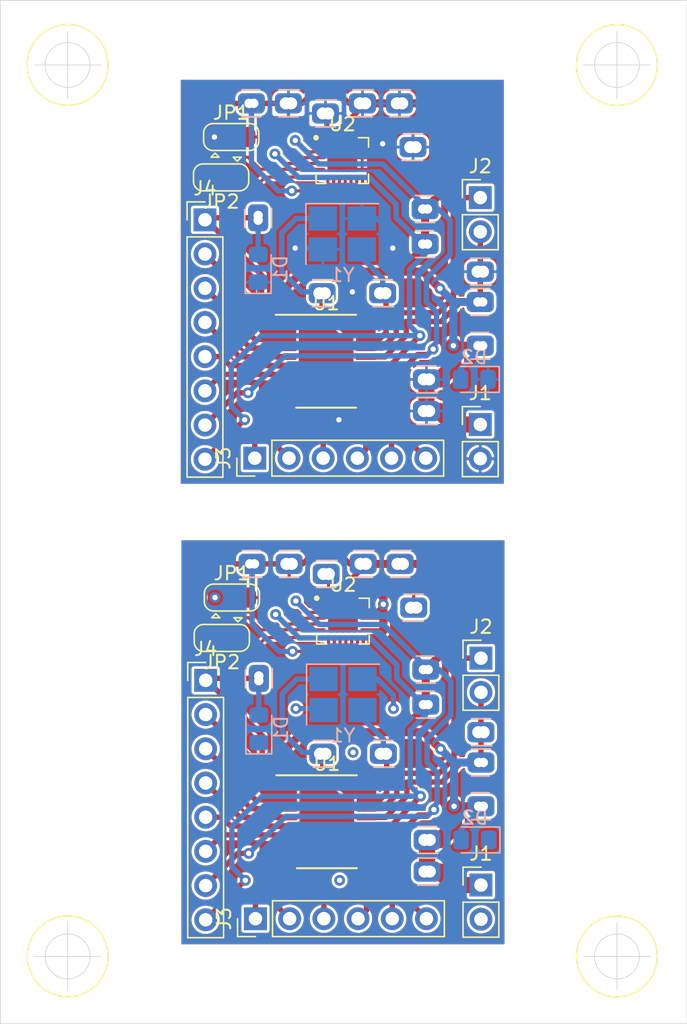
<source format=kicad_pcb>
(kicad_pcb (version 20171130) (host pcbnew "(5.1.5)-3")
  (layers (0 F.Cu signal) (31 B.Cu signal) (34 B.Paste user) (35 F.Paste user) (36 B.SilkS user hide) (37 F.SilkS user hide) (38 B.Mask user hide) (39 F.Mask user hide) (44 Edge.Cuts user))
  (net 0 "")
  (net 1 RST)
  (net 2 GND)
  (net 3 VCC)
  (net 4 TST)
  (net 5 "Net-(D1-Pad2)")
  (net 6 "Net-(C1-Pad2)")
  (net 7 "Net-(C1-Pad1)")
  (net 8 "Net-(C5-Pad1)")
  (net 9 "Net-(C5-Pad2)")
  (net 10 "Net-(D2-Pad2)")
  (net 11 P2.0)
  (net 12 P2.1)
  (net 13 P2.2)
  (net 14 P2.3)
  (net 15 P2.4)
  (net 16 P2.5)
  (net 17 P1.0)
  (net 18 P1.1)
  (net 19 P1.2)
  (net 20 P1.3)
  (net 21 P1.4)
  (net 22 P1.5)
  (net 23 P1.6)
  (net 24 P1.7)
  (net 25 "Net-(C6-Pad2)")
  (net 26 "Net-(C7-Pad2)")
  (net 27 "Net-(JP1-Pad2)")
  (net 28 "Net-(JP2-Pad2)")
  (net 29 I2C_SEL)
  (net 30 "Net-(U2-Pad9)")
  (net 31 "Net-(U2-Pad10)")
  (net 32 "Net-(U2-Pad11)")
  (net 33 "Net-(U2-Pad12)")
  (net 34 "Net-(U2-Pad13)")
  (module thSMD:thsmd_04_s (layer F.Cu) (at 121.6 91.3)
    (fp_text reference R5 hide)
    (fp_text value 10k hide)
    (pad "" np_thru_hole circle (at 0.175 0) (size 0.7 0.7) (drill 0.7) (layers *.Cu))
    (pad 2 smd roundrect (at 0 0) (size 2 1.5) (layers B.Cu B.Mask))
    (pad 1 smd roundrect (at 0 0) (size 2 1.5) (layers F.Cu F.Mask))
    (pad "" np_thru_hole circle (at -0.175 0) (size 0.7 0.7) (drill 0.7) (layers *.Cu))
  )
  (module thSMD:thsmd_04_s (layer F.Cu) (at 121.6 88.7)
    (fp_text reference R4 hide)
    (fp_text value 10k hide)
    (pad "" np_thru_hole circle (at 0.175 0) (size 0.7 0.7) (drill 0.7) (layers *.Cu))
    (pad 2 smd roundrect (at 0 0) (size 2 1.5) (layers B.Cu B.Mask))
    (pad 1 smd roundrect (at 0 0) (size 2 1.5) (layers F.Cu F.Mask))
    (pad "" np_thru_hole circle (at -0.175 0) (size 0.7 0.7) (drill 0.7) (layers *.Cu))
  )
  (module thSMD:thsmd_04_s (layer F.Cu) (at 108.7 80.85)
    (fp_text reference R6 hide)
    (fp_text value 10k hide)
    (pad "" np_thru_hole circle (at 0.175 0) (size 0.7 0.7) (drill 0.7) (layers *.Cu))
    (pad 2 smd roundrect (at 0 0) (size 2 1.5) (layers B.Cu B.Mask))
    (pad 1 smd roundrect (at 0 0) (size 2 1.5) (layers F.Cu F.Mask))
    (pad "" np_thru_hole circle (at -0.175 0) (size 0.7 0.7) (drill 0.7) (layers *.Cu))
  )
  (module thSMD:thsmd_04_s (layer F.Cu) (at 125.7 98.85)
    (fp_text reference R3 hide)
    (fp_text value 220 hide)
    (pad "" np_thru_hole circle (at 0.175 0) (size 0.7 0.7) (drill 0.7) (layers *.Cu))
    (pad 2 smd roundrect (at 0 0) (size 2 1.5) (layers B.Cu B.Mask))
    (pad 1 smd roundrect (at 0 0) (size 2 1.5) (layers F.Cu F.Mask))
    (pad "" np_thru_hole circle (at -0.175 0) (size 0.7 0.7) (drill 0.7) (layers *.Cu))
  )
  (module thSMD:thsmd_04_s (layer F.Cu) (at 109.2 89.35 90)
    (fp_text reference R2 hide)
    (fp_text value 220 hide)
    (pad "" np_thru_hole circle (at 0.175 0 90) (size 0.7 0.7) (drill 0.7) (layers *.Cu))
    (pad 2 smd roundrect (at 0 0 90) (size 2 1.5) (layers B.Cu B.Mask))
    (pad 1 smd roundrect (at 0 0 90) (size 2 1.5) (layers F.Cu F.Mask))
    (pad "" np_thru_hole circle (at -0.175 0 90) (size 0.7 0.7) (drill 0.7) (layers *.Cu))
  )
  (module thSMD:thsmd_04_s (layer B.Cu) (at 125.7 95.6)
    (fp_text reference R1 hide)
    (fp_text value 47k hide)
    (pad "" np_thru_hole circle (at 0.175 0) (size 0.7 0.7) (drill 0.7) (layers *.Cu))
    (pad 2 smd roundrect (at 0 0) (size 2 1.5) (layers F.Cu F.Mask))
    (pad 1 smd roundrect (at 0 0) (size 2 1.5) (layers B.Cu B.Mask))
    (pad "" np_thru_hole circle (at -0.175 0) (size 0.7 0.7) (drill 0.7) (layers *.Cu))
  )
  (module thSMD:thsmd_04_s (layer F.Cu) (at 121.55 54.5)
    (fp_text reference R4 hide)
    (fp_text value 10k hide)
    (pad "" np_thru_hole circle (at 0.175 0) (size 0.7 0.7) (drill 0.7) (layers *.Cu))
    (pad 2 smd roundrect (at 0 0) (size 2 1.5) (layers B.Cu B.Mask) (net 23 P1.6))
    (pad 1 smd roundrect (at 0 0) (size 2 1.5) (layers F.Cu F.Mask) (net 3 VCC))
    (pad "" np_thru_hole circle (at -0.175 0) (size 0.7 0.7) (drill 0.7) (layers *.Cu))
  )
  (module thSMD:thsmd_04_s (layer F.Cu) (at 121.55 57.1)
    (fp_text reference R5 hide)
    (fp_text value 10k hide)
    (pad "" np_thru_hole circle (at 0.175 0) (size 0.7 0.7) (drill 0.7) (layers *.Cu))
    (pad 2 smd roundrect (at 0 0) (size 2 1.5) (layers B.Cu B.Mask) (net 24 P1.7))
    (pad 1 smd roundrect (at 0 0) (size 2 1.5) (layers F.Cu F.Mask) (net 3 VCC))
    (pad "" np_thru_hole circle (at -0.175 0) (size 0.7 0.7) (drill 0.7) (layers *.Cu))
  )
  (module thSMD:thsmd_04_s (layer F.Cu) (at 108.65 46.65)
    (fp_text reference R6 hide)
    (fp_text value 10k hide)
    (pad "" np_thru_hole circle (at 0.175 0) (size 0.7 0.7) (drill 0.7) (layers *.Cu))
    (pad 2 smd roundrect (at 0 0) (size 2 1.5) (layers B.Cu B.Mask) (net 29 I2C_SEL))
    (pad 1 smd roundrect (at 0 0) (size 2 1.5) (layers F.Cu F.Mask) (net 3 VCC))
    (pad "" np_thru_hole circle (at -0.175 0) (size 0.7 0.7) (drill 0.7) (layers *.Cu))
  )
  (module thSMD:thsmd_04_s (layer B.Cu) (at 125.65 61.4)
    (fp_text reference R1 hide)
    (fp_text value 47k hide)
    (pad "" np_thru_hole circle (at 0.175 0) (size 0.7 0.7) (drill 0.7) (layers *.Cu))
    (pad 2 smd roundrect (at 0 0) (size 2 1.5) (layers F.Cu F.Mask) (net 1 RST))
    (pad 1 smd roundrect (at 0 0) (size 2 1.5) (layers B.Cu B.Mask) (net 3 VCC))
    (pad "" np_thru_hole circle (at -0.175 0) (size 0.7 0.7) (drill 0.7) (layers *.Cu))
  )
  (module thSMD:thsmd_04_s (layer F.Cu) (at 109.15 55.15 90)
    (fp_text reference R2 hide)
    (fp_text value 220 hide)
    (pad "" np_thru_hole circle (at 0.175 0 90) (size 0.7 0.7) (drill 0.7) (layers *.Cu))
    (pad 2 smd roundrect (at 0 0 90) (size 2 1.5) (layers B.Cu B.Mask) (net 5 "Net-(D1-Pad2)"))
    (pad 1 smd roundrect (at 0 0 90) (size 2 1.5) (layers F.Cu F.Mask) (net 17 P1.0))
    (pad "" np_thru_hole circle (at -0.175 0 90) (size 0.7 0.7) (drill 0.7) (layers *.Cu))
  )
  (module thSMD:thsmd_04_s (layer F.Cu) (at 125.65 64.65)
    (fp_text reference R3 hide)
    (fp_text value 220 hide)
    (pad "" np_thru_hole circle (at 0.175 0) (size 0.7 0.7) (drill 0.7) (layers *.Cu))
    (pad 2 smd roundrect (at 0 0) (size 2 1.5) (layers B.Cu B.Mask) (net 10 "Net-(D2-Pad2)"))
    (pad 1 smd roundrect (at 0 0) (size 2 1.5) (layers F.Cu F.Mask) (net 3 VCC))
    (pad "" np_thru_hole circle (at -0.175 0) (size 0.7 0.7) (drill 0.7) (layers *.Cu))
  )
  (module thSMD:thsmd_04_l (layer F.Cu) (at 118.45 94.95)
    (fp_text reference C5 hide)
    (fp_text value 14pf hide)
    (pad "" np_thru_hole circle (at 0.2 0) (size 0.9 0.9) (drill 0.9) (layers *.Cu))
    (pad 2 smd roundrect (at 0 0) (size 2 1.5) (layers B.Cu B.Mask))
    (pad 1 smd roundrect (at 0 0) (size 2 1.5) (layers F.Cu F.Mask))
    (pad "" np_thru_hole circle (at -0.2 0) (size 0.9 0.9) (drill 0.9) (layers *.Cu))
  )
  (module thSMD:thsmd_04_l (layer B.Cu) (at 113.95 94.95)
    (fp_text reference C1 hide)
    (fp_text value 14pf hide)
    (pad "" np_thru_hole circle (at 0.2 0) (size 0.9 0.9) (drill 0.9) (layers *.Cu))
    (pad 2 smd roundrect (at 0 0) (size 2 1.5) (layers F.Cu F.Mask))
    (pad 1 smd roundrect (at 0 0) (size 2 1.5) (layers B.Cu B.Mask))
    (pad "" np_thru_hole circle (at -0.2 0) (size 0.9 0.9) (drill 0.9) (layers *.Cu))
  )
  (module thSMD:thsmd_04_l (layer F.Cu) (at 121.7 101.35)
    (fp_text reference C3 hide)
    (fp_text value 100nf hide)
    (pad "" np_thru_hole circle (at 0.2 0) (size 0.9 0.9) (drill 0.9) (layers *.Cu))
    (pad 2 smd roundrect (at 0 0) (size 2 1.5) (layers B.Cu B.Mask))
    (pad 1 smd roundrect (at 0 0) (size 2 1.5) (layers F.Cu F.Mask))
    (pad "" np_thru_hole circle (at -0.2 0) (size 0.9 0.9) (drill 0.9) (layers *.Cu))
  )
  (module thSMD:thsmd_04_l (layer F.Cu) (at 121.7 103.7)
    (fp_text reference C2 hide)
    (fp_text value 10uf hide)
    (pad "" np_thru_hole circle (at 0.2 0) (size 0.9 0.9) (drill 0.9) (layers *.Cu))
    (pad 2 smd roundrect (at 0 0) (size 2 1.5) (layers B.Cu B.Mask))
    (pad 1 smd roundrect (at 0 0) (size 2 1.5) (layers F.Cu F.Mask))
    (pad "" np_thru_hole circle (at -0.2 0) (size 0.9 0.9) (drill 0.9) (layers *.Cu))
  )
  (module thSMD:thsmd_04_l (layer F.Cu) (at 125.7 93.35)
    (fp_text reference C4 hide)
    (fp_text value 2.2nf hide)
    (pad "" np_thru_hole circle (at 0.2 0) (size 0.9 0.9) (drill 0.9) (layers *.Cu))
    (pad 2 smd roundrect (at 0 0) (size 2 1.5) (layers B.Cu B.Mask))
    (pad 1 smd roundrect (at 0 0) (size 2 1.5) (layers F.Cu F.Mask))
    (pad "" np_thru_hole circle (at -0.2 0) (size 0.9 0.9) (drill 0.9) (layers *.Cu))
  )
  (module thSMD:thsmd_04_l (layer B.Cu) (at 111.45 80.85)
    (fp_text reference C8 hide)
    (fp_text value 0.1uF hide)
    (pad "" np_thru_hole circle (at 0.2 0) (size 0.9 0.9) (drill 0.9) (layers *.Cu))
    (pad 2 smd roundrect (at 0 0) (size 2 1.5) (layers F.Cu F.Mask))
    (pad 1 smd roundrect (at 0 0) (size 2 1.5) (layers B.Cu B.Mask))
    (pad "" np_thru_hole circle (at -0.2 0) (size 0.9 0.9) (drill 0.9) (layers *.Cu))
  )
  (module thSMD:thsmd_04_l (layer B.Cu) (at 114.2 81.6)
    (fp_text reference C7 hide)
    (fp_text value 0.1uF hide)
    (pad "" np_thru_hole circle (at 0.2 0) (size 0.9 0.9) (drill 0.9) (layers *.Cu))
    (pad 2 smd roundrect (at 0 0) (size 2 1.5) (layers F.Cu F.Mask))
    (pad 1 smd roundrect (at 0 0) (size 2 1.5) (layers B.Cu B.Mask))
    (pad "" np_thru_hole circle (at -0.2 0) (size 0.9 0.9) (drill 0.9) (layers *.Cu))
  )
  (module thSMD:thsmd_04_l (layer B.Cu) (at 120.7 84.1 180)
    (fp_text reference C6 hide)
    (fp_text value 10uF hide)
    (pad "" np_thru_hole circle (at 0.2 0 180) (size 0.9 0.9) (drill 0.9) (layers *.Cu))
    (pad 2 smd roundrect (at 0 0 180) (size 2 1.5) (layers F.Cu F.Mask))
    (pad 1 smd roundrect (at 0 0 180) (size 2 1.5) (layers B.Cu B.Mask))
    (pad "" np_thru_hole circle (at -0.2 0 180) (size 0.9 0.9) (drill 0.9) (layers *.Cu))
  )
  (module thSMD:thsmd_04_l (layer B.Cu) (at 116.95 80.85)
    (fp_text reference C10 hide)
    (fp_text value 0.1uF hide)
    (pad "" np_thru_hole circle (at 0.2 0) (size 0.9 0.9) (drill 0.9) (layers *.Cu))
    (pad 2 smd roundrect (at 0 0) (size 2 1.5) (layers F.Cu F.Mask))
    (pad 1 smd roundrect (at 0 0) (size 2 1.5) (layers B.Cu B.Mask))
    (pad "" np_thru_hole circle (at -0.2 0) (size 0.9 0.9) (drill 0.9) (layers *.Cu))
  )
  (module thSMD:thsmd_04_l (layer B.Cu) (at 119.7 80.85)
    (fp_text reference C9 hide)
    (fp_text value 10uF hide)
    (pad "" np_thru_hole circle (at 0.2 0) (size 0.9 0.9) (drill 0.9) (layers *.Cu))
    (pad 2 smd roundrect (at 0 0) (size 2 1.5) (layers F.Cu F.Mask))
    (pad 1 smd roundrect (at 0 0) (size 2 1.5) (layers B.Cu B.Mask))
    (pad "" np_thru_hole circle (at -0.2 0) (size 0.9 0.9) (drill 0.9) (layers *.Cu))
  )
  (module thSMD:thsmd_04_l (layer B.Cu) (at 120.65 49.9 180)
    (fp_text reference C6 hide)
    (fp_text value 10uF hide)
    (pad "" np_thru_hole circle (at 0.2 0 180) (size 0.9 0.9) (drill 0.9) (layers *.Cu))
    (pad 2 smd roundrect (at 0 0 180) (size 2 1.5) (layers F.Cu F.Mask) (net 25 "Net-(C6-Pad2)"))
    (pad 1 smd roundrect (at 0 0 180) (size 2 1.5) (layers B.Cu B.Mask) (net 2 GND))
    (pad "" np_thru_hole circle (at -0.2 0 180) (size 0.9 0.9) (drill 0.9) (layers *.Cu))
  )
  (module thSMD:thsmd_04_l (layer B.Cu) (at 114.15 47.4)
    (fp_text reference C7 hide)
    (fp_text value 0.1uF hide)
    (pad "" np_thru_hole circle (at 0.2 0) (size 0.9 0.9) (drill 0.9) (layers *.Cu))
    (pad 2 smd roundrect (at 0 0) (size 2 1.5) (layers F.Cu F.Mask) (net 26 "Net-(C7-Pad2)"))
    (pad 1 smd roundrect (at 0 0) (size 2 1.5) (layers B.Cu B.Mask) (net 2 GND))
    (pad "" np_thru_hole circle (at -0.2 0) (size 0.9 0.9) (drill 0.9) (layers *.Cu))
  )
  (module thSMD:thsmd_04_l (layer B.Cu) (at 111.4 46.65)
    (fp_text reference C8 hide)
    (fp_text value 0.1uF hide)
    (pad "" np_thru_hole circle (at 0.2 0) (size 0.9 0.9) (drill 0.9) (layers *.Cu))
    (pad 2 smd roundrect (at 0 0) (size 2 1.5) (layers F.Cu F.Mask) (net 3 VCC))
    (pad 1 smd roundrect (at 0 0) (size 2 1.5) (layers B.Cu B.Mask) (net 2 GND))
    (pad "" np_thru_hole circle (at -0.2 0) (size 0.9 0.9) (drill 0.9) (layers *.Cu))
  )
  (module thSMD:thsmd_04_l (layer B.Cu) (at 116.9 46.65)
    (fp_text reference C10 hide)
    (fp_text value 0.1uF hide)
    (pad "" np_thru_hole circle (at 0.2 0) (size 0.9 0.9) (drill 0.9) (layers *.Cu))
    (pad 2 smd roundrect (at 0 0) (size 2 1.5) (layers F.Cu F.Mask) (net 3 VCC))
    (pad 1 smd roundrect (at 0 0) (size 2 1.5) (layers B.Cu B.Mask) (net 2 GND))
    (pad "" np_thru_hole circle (at -0.2 0) (size 0.9 0.9) (drill 0.9) (layers *.Cu))
  )
  (module thSMD:thsmd_04_l (layer B.Cu) (at 113.9 60.75)
    (fp_text reference C1 hide)
    (fp_text value 14pf hide)
    (pad "" np_thru_hole circle (at 0.2 0) (size 0.9 0.9) (drill 0.9) (layers *.Cu))
    (pad 2 smd roundrect (at 0 0) (size 2 1.5) (layers F.Cu F.Mask) (net 6 "Net-(C1-Pad2)"))
    (pad 1 smd roundrect (at 0 0) (size 2 1.5) (layers B.Cu B.Mask) (net 7 "Net-(C1-Pad1)"))
    (pad "" np_thru_hole circle (at -0.2 0) (size 0.9 0.9) (drill 0.9) (layers *.Cu))
  )
  (module thSMD:thsmd_04_l (layer F.Cu) (at 121.65 69.5)
    (fp_text reference C2 hide)
    (fp_text value 10uf hide)
    (pad "" np_thru_hole circle (at 0.2 0) (size 0.9 0.9) (drill 0.9) (layers *.Cu))
    (pad 2 smd roundrect (at 0 0) (size 2 1.5) (layers B.Cu B.Mask) (net 2 GND))
    (pad 1 smd roundrect (at 0 0) (size 2 1.5) (layers F.Cu F.Mask) (net 3 VCC))
    (pad "" np_thru_hole circle (at -0.2 0) (size 0.9 0.9) (drill 0.9) (layers *.Cu))
  )
  (module thSMD:thsmd_04_l (layer F.Cu) (at 121.65 67.15)
    (fp_text reference C3 hide)
    (fp_text value 100nf hide)
    (pad "" np_thru_hole circle (at 0.2 0) (size 0.9 0.9) (drill 0.9) (layers *.Cu))
    (pad 2 smd roundrect (at 0 0) (size 2 1.5) (layers B.Cu B.Mask) (net 2 GND))
    (pad 1 smd roundrect (at 0 0) (size 2 1.5) (layers F.Cu F.Mask) (net 3 VCC))
    (pad "" np_thru_hole circle (at -0.2 0) (size 0.9 0.9) (drill 0.9) (layers *.Cu))
  )
  (module thSMD:thsmd_04_l (layer F.Cu) (at 125.65 59.15)
    (fp_text reference C4 hide)
    (fp_text value 2.2nf hide)
    (pad "" np_thru_hole circle (at 0.2 0) (size 0.9 0.9) (drill 0.9) (layers *.Cu))
    (pad 2 smd roundrect (at 0 0) (size 2 1.5) (layers B.Cu B.Mask) (net 2 GND))
    (pad 1 smd roundrect (at 0 0) (size 2 1.5) (layers F.Cu F.Mask) (net 1 RST))
    (pad "" np_thru_hole circle (at -0.2 0) (size 0.9 0.9) (drill 0.9) (layers *.Cu))
  )
  (module thSMD:thsmd_04_l (layer F.Cu) (at 118.4 60.75)
    (fp_text reference C5 hide)
    (fp_text value 14pf hide)
    (pad "" np_thru_hole circle (at 0.2 0) (size 0.9 0.9) (drill 0.9) (layers *.Cu))
    (pad 2 smd roundrect (at 0 0) (size 2 1.5) (layers B.Cu B.Mask) (net 9 "Net-(C5-Pad2)"))
    (pad 1 smd roundrect (at 0 0) (size 2 1.5) (layers F.Cu F.Mask) (net 8 "Net-(C5-Pad1)"))
    (pad "" np_thru_hole circle (at -0.2 0) (size 0.9 0.9) (drill 0.9) (layers *.Cu))
  )
  (module thSMD:thsmd_04_l (layer B.Cu) (at 119.65 46.65)
    (fp_text reference C9 hide)
    (fp_text value 10uF hide)
    (pad "" np_thru_hole circle (at 0.2 0) (size 0.9 0.9) (drill 0.9) (layers *.Cu))
    (pad 2 smd roundrect (at 0 0) (size 2 1.5) (layers F.Cu F.Mask) (net 3 VCC))
    (pad 1 smd roundrect (at 0 0) (size 2 1.5) (layers B.Cu B.Mask) (net 2 GND))
    (pad "" np_thru_hole circle (at -0.2 0) (size 0.9 0.9) (drill 0.9) (layers *.Cu))
  )
  (module Crystal:Crystal_SMD_3225-4Pin_3.2x2.5mm_HandSoldering (layer B.Cu) (at 115.45 90.55)
    (fp_text reference Y1 (at 0 3.05) (layer B.SilkS) (effects (justify mirror)))
    (fp_text value Crystal_GND24)
    (pad 4 smd rect (at -1.45 1.15) (size 2.1 1.8) (layers B.Cu B.Paste B.Mask))
    (pad 3 smd rect (at 1.45 1.15) (size 2.1 1.8) (layers B.Cu B.Paste B.Mask))
    (pad 2 smd rect (at 1.45 -1.15) (size 2.1 1.8) (layers B.Cu B.Paste B.Mask))
    (pad 1 smd rect (at -1.45 -1.15) (size 2.1 1.8) (layers B.Cu B.Paste B.Mask))
  )
  (module Package_SO:TSSOP-20_4.4x6.5mm_P0.65mm (layer F.Cu) (at 114.25 100)
    (fp_text reference U1 (at 0 -4.3) (layer F.SilkS))
    (fp_text value MSP430G2553IPW20)
    (pad 20 smd rect (at 2.95 -2.925) (size 1.45 0.45) (layers F.Cu F.Paste F.Mask))
    (pad 19 smd rect (at 2.95 -2.275) (size 1.45 0.45) (layers F.Cu F.Paste F.Mask))
    (pad 18 smd rect (at 2.95 -1.625) (size 1.45 0.45) (layers F.Cu F.Paste F.Mask))
    (pad 17 smd rect (at 2.95 -0.975) (size 1.45 0.45) (layers F.Cu F.Paste F.Mask))
    (pad 16 smd rect (at 2.95 -0.325) (size 1.45 0.45) (layers F.Cu F.Paste F.Mask))
    (pad 15 smd rect (at 2.95 0.325) (size 1.45 0.45) (layers F.Cu F.Paste F.Mask))
    (pad 14 smd rect (at 2.95 0.975) (size 1.45 0.45) (layers F.Cu F.Paste F.Mask))
    (pad 13 smd rect (at 2.95 1.625) (size 1.45 0.45) (layers F.Cu F.Paste F.Mask))
    (pad 12 smd rect (at 2.95 2.275) (size 1.45 0.45) (layers F.Cu F.Paste F.Mask))
    (pad 11 smd rect (at 2.95 2.925) (size 1.45 0.45) (layers F.Cu F.Paste F.Mask))
    (pad 10 smd rect (at -2.95 2.925) (size 1.45 0.45) (layers F.Cu F.Paste F.Mask))
    (pad 9 smd rect (at -2.95 2.275) (size 1.45 0.45) (layers F.Cu F.Paste F.Mask))
    (pad 8 smd rect (at -2.95 1.625) (size 1.45 0.45) (layers F.Cu F.Paste F.Mask))
    (pad 7 smd rect (at -2.95 0.975) (size 1.45 0.45) (layers F.Cu F.Paste F.Mask))
    (pad 6 smd rect (at -2.95 0.325) (size 1.45 0.45) (layers F.Cu F.Paste F.Mask))
    (pad 5 smd rect (at -2.95 -0.325) (size 1.45 0.45) (layers F.Cu F.Paste F.Mask))
    (pad 4 smd rect (at -2.95 -0.975) (size 1.45 0.45) (layers F.Cu F.Paste F.Mask))
    (pad 3 smd rect (at -2.95 -1.625) (size 1.45 0.45) (layers F.Cu F.Paste F.Mask))
    (pad 2 smd rect (at -2.95 -2.275) (size 1.45 0.45) (layers F.Cu F.Paste F.Mask))
    (pad 1 smd rect (at -2.95 -2.925) (size 1.45 0.45) (layers F.Cu F.Paste F.Mask))
  )
  (module Connector_PinHeader_2.54mm:PinHeader_1x06_P2.54mm_Vertical (layer F.Cu) (at 108.95 107.2 90)
    (fp_text reference J3 (at 0 -2.33 90) (layer F.SilkS))
    (fp_text value Conn_01x06_Female)
    (pad 6 thru_hole oval (at 0 12.7 90) (size 1.7 1.7) (drill 1) (layers *.Cu *.Mask))
    (pad 5 thru_hole oval (at 0 10.16 90) (size 1.7 1.7) (drill 1) (layers *.Cu *.Mask))
    (pad 4 thru_hole oval (at 0 7.62 90) (size 1.7 1.7) (drill 1) (layers *.Cu *.Mask))
    (pad 3 thru_hole oval (at 0 5.08 90) (size 1.7 1.7) (drill 1) (layers *.Cu *.Mask))
    (pad 2 thru_hole oval (at 0 2.54 90) (size 1.7 1.7) (drill 1) (layers *.Cu *.Mask))
    (pad 1 thru_hole rect (at 0 0 90) (size 1.7 1.7) (drill 1) (layers *.Cu *.Mask))
  )
  (module Connector_PinHeader_2.54mm:PinHeader_1x08_P2.54mm_Vertical (layer F.Cu) (at 105.25 89.5)
    (fp_text reference J4 (at 0 -2.33) (layer F.SilkS))
    (fp_text value Conn_01x08_Female)
    (pad 8 thru_hole oval (at 0 17.78) (size 1.7 1.7) (drill 1) (layers *.Cu *.Mask))
    (pad 7 thru_hole oval (at 0 15.24) (size 1.7 1.7) (drill 1) (layers *.Cu *.Mask))
    (pad 6 thru_hole oval (at 0 12.7) (size 1.7 1.7) (drill 1) (layers *.Cu *.Mask))
    (pad 5 thru_hole oval (at 0 10.16) (size 1.7 1.7) (drill 1) (layers *.Cu *.Mask))
    (pad 4 thru_hole oval (at 0 7.62) (size 1.7 1.7) (drill 1) (layers *.Cu *.Mask))
    (pad 3 thru_hole oval (at 0 5.08) (size 1.7 1.7) (drill 1) (layers *.Cu *.Mask))
    (pad 2 thru_hole oval (at 0 2.54) (size 1.7 1.7) (drill 1) (layers *.Cu *.Mask))
    (pad 1 thru_hole rect (at 0 0) (size 1.7 1.7) (drill 1) (layers *.Cu *.Mask))
  )
  (module Jumper:SolderJumper-3_P1.3mm_Bridged12_RoundedPad1.0x1.5mm (layer F.Cu) (at 106.45 86.35 180)
    (fp_text reference JP2 (at 0 -1.8) (layer F.SilkS))
    (fp_text value I2C_ID1)
    (fp_poly (pts (xy -0.9 -0.3) (xy -0.4 -0.3) (xy -0.4 0.3) (xy -0.9 0.3)) (layer F.Cu) (width 0))
    (pad 1 smd custom (at -1.3 0 180) (size 1 0.5) (layers F.Cu F.Mask) (options (clearance outline) (anchor rect)) (primitives (gr_circle (center 0 0.25) (end 0.5 0.25) (width 0)) (gr_circle (center 0 -0.25) (end 0.5 -0.25) (width 0)) (gr_poly (pts (xy 0.55 -0.75) (xy 0 -0.75) (xy 0 0.75) (xy 0.55 0.75)) (width 0))))
    (pad 2 smd rect (at 0 0 180) (size 1 1.5) (layers F.Cu F.Mask))
    (pad 3 smd custom (at 1.3 0 180) (size 1 0.5) (layers F.Cu F.Mask) (options (clearance outline) (anchor rect)) (primitives (gr_circle (center 0 0.25) (end 0.5 0.25) (width 0)) (gr_circle (center 0 -0.25) (end 0.5 -0.25) (width 0)) (gr_poly (pts (xy -0.55 -0.75) (xy 0 -0.75) (xy 0 0.75) (xy -0.55 0.75)) (width 0))))
  )
  (module Connector_PinHeader_2.54mm:PinHeader_1x02_P2.54mm_Vertical (layer F.Cu) (at 125.7 104.7)
    (fp_text reference J1 (at 0 -2.33) (layer F.SilkS))
    (fp_text value Power)
    (pad 2 thru_hole oval (at 0 2.54) (size 1.7 1.7) (drill 1) (layers *.Cu *.Mask))
    (pad 1 thru_hole rect (at 0 0) (size 1.7 1.7) (drill 1) (layers *.Cu *.Mask))
  )
  (module LED_SMD:LED_0805_2012Metric_Pad1.15x1.40mm_HandSolder (layer B.Cu) (at 109.2 93.1 90)
    (fp_text reference D1 (at 0 1.65 270) (layer B.SilkS) (effects (justify mirror)))
    (fp_text value LED)
    (pad 1 smd roundrect (at -1.025 0 90) (size 1.15 1.4) (layers B.Cu B.Paste B.Mask) (roundrect_rratio 0.217391))
    (pad 2 smd roundrect (at 1.025 0 90) (size 1.15 1.4) (layers B.Cu B.Paste B.Mask) (roundrect_rratio 0.217391))
  )
  (module LED_SMD:LED_0805_2012Metric_Pad1.15x1.40mm_HandSolder (layer B.Cu) (at 125.25 101.35 180)
    (fp_text reference D2 (at 0 1.65 180) (layer B.SilkS) (effects (justify mirror)))
    (fp_text value LED)
    (pad 2 smd roundrect (at 1.025 0 180) (size 1.15 1.4) (layers B.Cu B.Paste B.Mask) (roundrect_rratio 0.217391))
    (pad 1 smd roundrect (at -1.025 0 180) (size 1.15 1.4) (layers B.Cu B.Paste B.Mask) (roundrect_rratio 0.217391))
  )
  (module Package_LGA:LGA-24L_3x3.5mm_P0.43mm (layer F.Cu) (at 115.45 85.1)
    (fp_text reference U2 (at 0 -2.7) (layer F.SilkS))
    (fp_text value LSM9DS1)
    (pad 13 smd rect (at 1.505 1.225) (size 0.23 0.35) (layers F.Cu F.Paste F.Mask))
    (pad 12 smd rect (at 1.075 1.225) (size 0.23 0.35) (layers F.Cu F.Paste F.Mask))
    (pad 11 smd rect (at 0.645 1.225) (size 0.23 0.35) (layers F.Cu F.Paste F.Mask))
    (pad 10 smd rect (at 0.215 1.225) (size 0.23 0.35) (layers F.Cu F.Paste F.Mask))
    (pad 9 smd rect (at -0.215 1.225) (size 0.23 0.35) (layers F.Cu F.Paste F.Mask))
    (pad 8 smd rect (at -0.645 1.225) (size 0.23 0.35) (layers F.Cu F.Paste F.Mask))
    (pad 7 smd rect (at -1.075 1.225) (size 0.23 0.35) (layers F.Cu F.Paste F.Mask))
    (pad 6 smd rect (at -1.505 1.225) (size 0.23 0.35) (layers F.Cu F.Paste F.Mask))
    (pad 18 smd rect (at 1.505 -1.225) (size 0.23 0.35) (layers F.Cu F.Paste F.Mask))
    (pad 19 smd rect (at 1.075 -1.225) (size 0.23 0.35) (layers F.Cu F.Paste F.Mask))
    (pad 20 smd rect (at 0.645 -1.225) (size 0.23 0.35) (layers F.Cu F.Paste F.Mask))
    (pad 21 smd rect (at 0.215 -1.225) (size 0.23 0.35) (layers F.Cu F.Paste F.Mask))
    (pad 22 smd rect (at -0.215 -1.225) (size 0.23 0.35) (layers F.Cu F.Paste F.Mask))
    (pad 23 smd rect (at -0.645 -1.225) (size 0.23 0.35) (layers F.Cu F.Paste F.Mask))
    (pad 24 smd rect (at -1.075 -1.225) (size 0.23 0.35) (layers F.Cu F.Paste F.Mask))
    (pad 14 smd rect (at 1.475 0.645) (size 0.35 0.23) (layers F.Cu F.Paste F.Mask))
    (pad 5 smd rect (at -1.475 0.645) (size 0.35 0.23) (layers F.Cu F.Paste F.Mask))
    (pad 15 smd rect (at 1.475 0.215) (size 0.35 0.23) (layers F.Cu F.Paste F.Mask))
    (pad 4 smd rect (at -1.475 0.215) (size 0.35 0.23) (layers F.Cu F.Paste F.Mask))
    (pad 16 smd rect (at 1.475 -0.215) (size 0.35 0.23) (layers F.Cu F.Paste F.Mask))
    (pad 3 smd rect (at -1.475 -0.215) (size 0.35 0.23) (layers F.Cu F.Paste F.Mask))
    (pad 17 smd rect (at 1.475 -0.645) (size 0.35 0.23) (layers F.Cu F.Paste F.Mask))
    (pad 2 smd rect (at -1.475 -0.645) (size 0.35 0.23) (layers F.Cu F.Paste F.Mask))
    (pad 1 smd rect (at -1.505 -1.225) (size 0.23 0.35) (layers F.Cu F.Paste F.Mask))
  )
  (module Jumper:SolderJumper-3_P1.3mm_Bridged12_RoundedPad1.0x1.5mm (layer F.Cu) (at 107.2 83.35)
    (fp_text reference JP1 (at 0 -1.8) (layer F.SilkS))
    (fp_text value I2C_ID0)
    (fp_poly (pts (xy -0.9 -0.3) (xy -0.4 -0.3) (xy -0.4 0.3) (xy -0.9 0.3)) (layer F.Cu) (width 0))
    (pad 3 smd custom (at 1.3 0) (size 1 0.5) (layers F.Cu F.Mask) (options (clearance outline) (anchor rect)) (primitives (gr_circle (center 0 0.25) (end 0.5 0.25) (width 0)) (gr_circle (center 0 -0.25) (end 0.5 -0.25) (width 0)) (gr_poly (pts (xy -0.55 -0.75) (xy 0 -0.75) (xy 0 0.75) (xy -0.55 0.75)) (width 0))))
    (pad 2 smd rect (at 0 0) (size 1 1.5) (layers F.Cu F.Mask))
    (pad 1 smd custom (at -1.3 0) (size 1 0.5) (layers F.Cu F.Mask) (options (clearance outline) (anchor rect)) (primitives (gr_circle (center 0 0.25) (end 0.5 0.25) (width 0)) (gr_circle (center 0 -0.25) (end 0.5 -0.25) (width 0)) (gr_poly (pts (xy 0.55 -0.75) (xy 0 -0.75) (xy 0 0.75) (xy 0.55 0.75)) (width 0))))
  )
  (module Connector_PinHeader_2.54mm:PinHeader_1x02_P2.54mm_Vertical (layer F.Cu) (at 125.7 87.85)
    (fp_text reference J2 (at 0 -2.33) (layer F.SilkS))
    (fp_text value Programmer)
    (pad 2 thru_hole oval (at 0 2.54) (size 1.7 1.7) (drill 1) (layers *.Cu *.Mask))
    (pad 1 thru_hole rect (at 0 0) (size 1.7 1.7) (drill 1) (layers *.Cu *.Mask))
  )
  (module Connector_PinHeader_2.54mm:PinHeader_1x02_P2.54mm_Vertical (layer F.Cu) (at 125.65 53.65)
    (fp_text reference J2 (at 0 -2.33) (layer F.SilkS))
    (fp_text value Programmer)
    (pad 1 thru_hole rect (at 0 0) (size 1.7 1.7) (drill 1) (layers *.Cu *.Mask) (net 4 TST))
    (pad 2 thru_hole oval (at 0 2.54) (size 1.7 1.7) (drill 1) (layers *.Cu *.Mask) (net 1 RST))
  )
  (module Jumper:SolderJumper-3_P1.3mm_Bridged12_RoundedPad1.0x1.5mm (layer F.Cu) (at 107.15 49.15)
    (fp_text reference JP1 (at 0 -1.8) (layer F.SilkS))
    (fp_text value I2C_ID0)
    (fp_poly (pts (xy -0.9 -0.3) (xy -0.4 -0.3) (xy -0.4 0.3) (xy -0.9 0.3)) (layer F.Cu) (width 0))
    (pad 1 smd custom (at -1.3 0) (size 1 0.5) (layers F.Cu F.Mask) (net 2 GND) (options (clearance outline) (anchor rect)) (primitives (gr_circle (center 0 0.25) (end 0.5 0.25) (width 0)) (gr_circle (center 0 -0.25) (end 0.5 -0.25) (width 0)) (gr_poly (pts (xy 0.55 -0.75) (xy 0 -0.75) (xy 0 0.75) (xy 0.55 0.75)) (width 0))))
    (pad 2 smd rect (at 0 0) (size 1 1.5) (layers F.Cu F.Mask) (net 27 "Net-(JP1-Pad2)"))
    (pad 3 smd custom (at 1.3 0) (size 1 0.5) (layers F.Cu F.Mask) (net 3 VCC) (options (clearance outline) (anchor rect)) (primitives (gr_circle (center 0 0.25) (end 0.5 0.25) (width 0)) (gr_circle (center 0 -0.25) (end 0.5 -0.25) (width 0)) (gr_poly (pts (xy -0.55 -0.75) (xy 0 -0.75) (xy 0 0.75) (xy -0.55 0.75)) (width 0))))
  )
  (module Jumper:SolderJumper-3_P1.3mm_Bridged12_RoundedPad1.0x1.5mm (layer F.Cu) (at 106.4 52.15 180)
    (fp_text reference JP2 (at 0 -1.8) (layer F.SilkS))
    (fp_text value I2C_ID1)
    (fp_poly (pts (xy -0.9 -0.3) (xy -0.4 -0.3) (xy -0.4 0.3) (xy -0.9 0.3)) (layer F.Cu) (width 0))
    (pad 3 smd custom (at 1.3 0 180) (size 1 0.5) (layers F.Cu F.Mask) (net 3 VCC) (options (clearance outline) (anchor rect)) (primitives (gr_circle (center 0 0.25) (end 0.5 0.25) (width 0)) (gr_circle (center 0 -0.25) (end 0.5 -0.25) (width 0)) (gr_poly (pts (xy -0.55 -0.75) (xy 0 -0.75) (xy 0 0.75) (xy -0.55 0.75)) (width 0))))
    (pad 2 smd rect (at 0 0 180) (size 1 1.5) (layers F.Cu F.Mask) (net 28 "Net-(JP2-Pad2)"))
    (pad 1 smd custom (at -1.3 0 180) (size 1 0.5) (layers F.Cu F.Mask) (net 2 GND) (options (clearance outline) (anchor rect)) (primitives (gr_circle (center 0 0.25) (end 0.5 0.25) (width 0)) (gr_circle (center 0 -0.25) (end 0.5 -0.25) (width 0)) (gr_poly (pts (xy 0.55 -0.75) (xy 0 -0.75) (xy 0 0.75) (xy 0.55 0.75)) (width 0))))
  )
  (module Package_LGA:LGA-24L_3x3.5mm_P0.43mm (layer F.Cu) (at 115.4 50.9)
    (fp_text reference U2 (at 0 -2.7) (layer F.SilkS))
    (fp_text value LSM9DS1)
    (pad 1 smd rect (at -1.505 -1.225) (size 0.23 0.35) (layers F.Cu F.Paste F.Mask) (net 3 VCC))
    (pad 2 smd rect (at -1.475 -0.645) (size 0.35 0.23) (layers F.Cu F.Paste F.Mask) (net 23 P1.6))
    (pad 17 smd rect (at 1.475 -0.645) (size 0.35 0.23) (layers F.Cu F.Paste F.Mask) (net 2 GND))
    (pad 3 smd rect (at -1.475 -0.215) (size 0.35 0.23) (layers F.Cu F.Paste F.Mask) (net 3 VCC))
    (pad 16 smd rect (at 1.475 -0.215) (size 0.35 0.23) (layers F.Cu F.Paste F.Mask) (net 2 GND))
    (pad 4 smd rect (at -1.475 0.215) (size 0.35 0.23) (layers F.Cu F.Paste F.Mask) (net 24 P1.7))
    (pad 15 smd rect (at 1.475 0.215) (size 0.35 0.23) (layers F.Cu F.Paste F.Mask) (net 2 GND))
    (pad 5 smd rect (at -1.475 0.645) (size 0.35 0.23) (layers F.Cu F.Paste F.Mask) (net 27 "Net-(JP1-Pad2)"))
    (pad 14 smd rect (at 1.475 0.645) (size 0.35 0.23) (layers F.Cu F.Paste F.Mask) (net 2 GND))
    (pad 24 smd rect (at -1.075 -1.225) (size 0.23 0.35) (layers F.Cu F.Paste F.Mask) (net 26 "Net-(C7-Pad2)"))
    (pad 23 smd rect (at -0.645 -1.225) (size 0.23 0.35) (layers F.Cu F.Paste F.Mask) (net 3 VCC))
    (pad 22 smd rect (at -0.215 -1.225) (size 0.23 0.35) (layers F.Cu F.Paste F.Mask) (net 3 VCC))
    (pad 21 smd rect (at 0.215 -1.225) (size 0.23 0.35) (layers F.Cu F.Paste F.Mask) (net 25 "Net-(C6-Pad2)"))
    (pad 20 smd rect (at 0.645 -1.225) (size 0.23 0.35) (layers F.Cu F.Paste F.Mask) (net 2 GND))
    (pad 19 smd rect (at 1.075 -1.225) (size 0.23 0.35) (layers F.Cu F.Paste F.Mask) (net 2 GND))
    (pad 18 smd rect (at 1.505 -1.225) (size 0.23 0.35) (layers F.Cu F.Paste F.Mask) (net 2 GND))
    (pad 6 smd rect (at -1.505 1.225) (size 0.23 0.35) (layers F.Cu F.Paste F.Mask) (net 28 "Net-(JP2-Pad2)"))
    (pad 7 smd rect (at -1.075 1.225) (size 0.23 0.35) (layers F.Cu F.Paste F.Mask) (net 29 I2C_SEL))
    (pad 8 smd rect (at -0.645 1.225) (size 0.23 0.35) (layers F.Cu F.Paste F.Mask) (net 29 I2C_SEL))
    (pad 9 smd rect (at -0.215 1.225) (size 0.23 0.35) (layers F.Cu F.Paste F.Mask) (net 30 "Net-(U2-Pad9)"))
    (pad 10 smd rect (at 0.215 1.225) (size 0.23 0.35) (layers F.Cu F.Paste F.Mask) (net 31 "Net-(U2-Pad10)"))
    (pad 11 smd rect (at 0.645 1.225) (size 0.23 0.35) (layers F.Cu F.Paste F.Mask) (net 32 "Net-(U2-Pad11)"))
    (pad 12 smd rect (at 1.075 1.225) (size 0.23 0.35) (layers F.Cu F.Paste F.Mask) (net 33 "Net-(U2-Pad12)"))
    (pad 13 smd rect (at 1.505 1.225) (size 0.23 0.35) (layers F.Cu F.Paste F.Mask) (net 34 "Net-(U2-Pad13)"))
  )
  (module LED_SMD:LED_0805_2012Metric_Pad1.15x1.40mm_HandSolder (layer B.Cu) (at 109.15 58.9 90)
    (fp_text reference D1 (at 0 1.65 270) (layer B.SilkS) (effects (justify mirror)))
    (fp_text value LED)
    (pad 2 smd roundrect (at 1.025 0 90) (size 1.15 1.4) (layers B.Cu B.Paste B.Mask) (roundrect_rratio 0.217391) (net 5 "Net-(D1-Pad2)"))
    (pad 1 smd roundrect (at -1.025 0 90) (size 1.15 1.4) (layers B.Cu B.Paste B.Mask) (roundrect_rratio 0.217391) (net 2 GND))
  )
  (module LED_SMD:LED_0805_2012Metric_Pad1.15x1.40mm_HandSolder (layer B.Cu) (at 125.2 67.15 180)
    (fp_text reference D2 (at 0 1.65 180) (layer B.SilkS) (effects (justify mirror)))
    (fp_text value LED)
    (pad 1 smd roundrect (at -1.025 0 180) (size 1.15 1.4) (layers B.Cu B.Paste B.Mask) (roundrect_rratio 0.217391) (net 2 GND))
    (pad 2 smd roundrect (at 1.025 0 180) (size 1.15 1.4) (layers B.Cu B.Paste B.Mask) (roundrect_rratio 0.217391) (net 10 "Net-(D2-Pad2)"))
  )
  (module Connector_PinHeader_2.54mm:PinHeader_1x02_P2.54mm_Vertical (layer F.Cu) (at 125.65 70.5)
    (fp_text reference J1 (at 0 -2.33) (layer F.SilkS))
    (fp_text value Power)
    (pad 1 thru_hole rect (at 0 0) (size 1.7 1.7) (drill 1) (layers *.Cu *.Mask) (net 3 VCC))
    (pad 2 thru_hole oval (at 0 2.54) (size 1.7 1.7) (drill 1) (layers *.Cu *.Mask) (net 2 GND))
  )
  (module Connector_PinHeader_2.54mm:PinHeader_1x06_P2.54mm_Vertical (layer F.Cu) (at 108.9 73 90)
    (fp_text reference J3 (at 0 -2.33 90) (layer F.SilkS))
    (fp_text value Conn_01x06_Female)
    (pad 1 thru_hole rect (at 0 0 90) (size 1.7 1.7) (drill 1) (layers *.Cu *.Mask) (net 11 P2.0))
    (pad 2 thru_hole oval (at 0 2.54 90) (size 1.7 1.7) (drill 1) (layers *.Cu *.Mask) (net 12 P2.1))
    (pad 3 thru_hole oval (at 0 5.08 90) (size 1.7 1.7) (drill 1) (layers *.Cu *.Mask) (net 13 P2.2))
    (pad 4 thru_hole oval (at 0 7.62 90) (size 1.7 1.7) (drill 1) (layers *.Cu *.Mask) (net 14 P2.3))
    (pad 5 thru_hole oval (at 0 10.16 90) (size 1.7 1.7) (drill 1) (layers *.Cu *.Mask) (net 15 P2.4))
    (pad 6 thru_hole oval (at 0 12.7 90) (size 1.7 1.7) (drill 1) (layers *.Cu *.Mask) (net 16 P2.5))
  )
  (module Connector_PinHeader_2.54mm:PinHeader_1x08_P2.54mm_Vertical (layer F.Cu) (at 105.2 55.3)
    (fp_text reference J4 (at 0 -2.33) (layer F.SilkS))
    (fp_text value Conn_01x08_Female)
    (pad 1 thru_hole rect (at 0 0) (size 1.7 1.7) (drill 1) (layers *.Cu *.Mask) (net 17 P1.0))
    (pad 2 thru_hole oval (at 0 2.54) (size 1.7 1.7) (drill 1) (layers *.Cu *.Mask) (net 18 P1.1))
    (pad 3 thru_hole oval (at 0 5.08) (size 1.7 1.7) (drill 1) (layers *.Cu *.Mask) (net 19 P1.2))
    (pad 4 thru_hole oval (at 0 7.62) (size 1.7 1.7) (drill 1) (layers *.Cu *.Mask) (net 20 P1.3))
    (pad 5 thru_hole oval (at 0 10.16) (size 1.7 1.7) (drill 1) (layers *.Cu *.Mask) (net 21 P1.4))
    (pad 6 thru_hole oval (at 0 12.7) (size 1.7 1.7) (drill 1) (layers *.Cu *.Mask) (net 22 P1.5))
    (pad 7 thru_hole oval (at 0 15.24) (size 1.7 1.7) (drill 1) (layers *.Cu *.Mask) (net 23 P1.6))
    (pad 8 thru_hole oval (at 0 17.78) (size 1.7 1.7) (drill 1) (layers *.Cu *.Mask) (net 24 P1.7))
  )
  (module Package_SO:TSSOP-20_4.4x6.5mm_P0.65mm (layer F.Cu) (at 114.2 65.8)
    (fp_text reference U1 (at 0 -4.3) (layer F.SilkS))
    (fp_text value MSP430G2553IPW20)
    (pad 1 smd rect (at -2.95 -2.925) (size 1.45 0.45) (layers F.Cu F.Paste F.Mask) (net 3 VCC))
    (pad 2 smd rect (at -2.95 -2.275) (size 1.45 0.45) (layers F.Cu F.Paste F.Mask) (net 17 P1.0))
    (pad 3 smd rect (at -2.95 -1.625) (size 1.45 0.45) (layers F.Cu F.Paste F.Mask) (net 18 P1.1))
    (pad 4 smd rect (at -2.95 -0.975) (size 1.45 0.45) (layers F.Cu F.Paste F.Mask) (net 19 P1.2))
    (pad 5 smd rect (at -2.95 -0.325) (size 1.45 0.45) (layers F.Cu F.Paste F.Mask) (net 20 P1.3))
    (pad 6 smd rect (at -2.95 0.325) (size 1.45 0.45) (layers F.Cu F.Paste F.Mask) (net 21 P1.4))
    (pad 7 smd rect (at -2.95 0.975) (size 1.45 0.45) (layers F.Cu F.Paste F.Mask) (net 22 P1.5))
    (pad 8 smd rect (at -2.95 1.625) (size 1.45 0.45) (layers F.Cu F.Paste F.Mask) (net 11 P2.0))
    (pad 9 smd rect (at -2.95 2.275) (size 1.45 0.45) (layers F.Cu F.Paste F.Mask) (net 12 P2.1))
    (pad 10 smd rect (at -2.95 2.925) (size 1.45 0.45) (layers F.Cu F.Paste F.Mask) (net 13 P2.2))
    (pad 11 smd rect (at 2.95 2.925) (size 1.45 0.45) (layers F.Cu F.Paste F.Mask) (net 14 P2.3))
    (pad 12 smd rect (at 2.95 2.275) (size 1.45 0.45) (layers F.Cu F.Paste F.Mask) (net 15 P2.4))
    (pad 13 smd rect (at 2.95 1.625) (size 1.45 0.45) (layers F.Cu F.Paste F.Mask) (net 16 P2.5))
    (pad 14 smd rect (at 2.95 0.975) (size 1.45 0.45) (layers F.Cu F.Paste F.Mask) (net 23 P1.6))
    (pad 15 smd rect (at 2.95 0.325) (size 1.45 0.45) (layers F.Cu F.Paste F.Mask) (net 24 P1.7))
    (pad 16 smd rect (at 2.95 -0.325) (size 1.45 0.45) (layers F.Cu F.Paste F.Mask) (net 1 RST))
    (pad 17 smd rect (at 2.95 -0.975) (size 1.45 0.45) (layers F.Cu F.Paste F.Mask) (net 4 TST))
    (pad 18 smd rect (at 2.95 -1.625) (size 1.45 0.45) (layers F.Cu F.Paste F.Mask) (net 8 "Net-(C5-Pad1)"))
    (pad 19 smd rect (at 2.95 -2.275) (size 1.45 0.45) (layers F.Cu F.Paste F.Mask) (net 6 "Net-(C1-Pad2)"))
    (pad 20 smd rect (at 2.95 -2.925) (size 1.45 0.45) (layers F.Cu F.Paste F.Mask) (net 2 GND))
  )
  (module Crystal:Crystal_SMD_3225-4Pin_3.2x2.5mm_HandSoldering (layer B.Cu) (at 115.4 56.35)
    (fp_text reference Y1 (at 0 3.05) (layer B.SilkS) (effects (justify mirror)))
    (fp_text value Crystal_GND24)
    (pad 1 smd rect (at -1.45 -1.15) (size 2.1 1.8) (layers B.Cu B.Paste B.Mask) (net 7 "Net-(C1-Pad1)"))
    (pad 2 smd rect (at 1.45 -1.15) (size 2.1 1.8) (layers B.Cu B.Paste B.Mask) (net 2 GND))
    (pad 3 smd rect (at 1.45 1.15) (size 2.1 1.8) (layers B.Cu B.Paste B.Mask) (net 9 "Net-(C5-Pad2)"))
    (pad 4 smd rect (at -1.45 1.15) (size 2.1 1.8) (layers B.Cu B.Paste B.Mask) (net 2 GND))
  )
  (target plus (at 95 110) (size 5) (width 0.05) (layer Edge.Cuts))
  (target plus (at 135.8 110) (size 5) (width 0.05) (layer Edge.Cuts))
  (target plus (at 135.8 43.8) (size 5) (width 0.05) (layer Edge.Cuts))
  (target plus (at 95 43.8) (size 5) (width 0.05) (layer Edge.Cuts))
  (gr_line (start 141 115) (end 90 115) (layer Edge.Cuts) (width 0.05))
  (gr_line (start 141 39) (end 141 115) (layer Edge.Cuts) (width 0.05))
  (gr_line (start 90 39) (end 141 39) (layer Edge.Cuts) (width 0.05))
  (gr_line (start 90 115) (end 90 39) (layer Edge.Cuts) (width 0.05))
  (gr_circle (center 95 110) (end 98 110) (layer F.SilkS) (width 0.12))
  (gr_circle (center 135.8 110) (end 138.8 110) (layer F.SilkS) (width 0.12))
  (gr_circle (center 135.8 43.8) (end 138.8 43.8) (layer F.SilkS) (width 0.12))
  (gr_circle (center 95 43.8) (end 98 43.8) (layer F.SilkS) (width 0.12))
  (segment (start 124.7 95.6) (end 125.7 95.6) (width 0.4) (layer F.Cu) (net 0))
  (segment (start 125.7 93.35) (end 125.7 95.6) (width 0.4) (layer F.Cu) (net 0))
  (segment (start 124.232547 95.6) (end 124.7 95.6) (width 0.4) (layer F.Cu) (net 0))
  (segment (start 125.7 90.39) (end 125.7 93.35) (width 0.4) (layer F.Cu) (net 0))
  (segment (start 120.2 97.049999) (end 122.782548 97.049999) (width 0.4) (layer F.Cu) (net 0))
  (segment (start 117.2 99.675) (end 118.625 99.675) (width 0.4) (layer F.Cu) (net 0))
  (segment (start 122.782548 97.049999) (end 124.232547 95.6) (width 0.4) (layer F.Cu) (net 0))
  (segment (start 118.625 99.675) (end 120.2 98.1) (width 0.4) (layer F.Cu) (net 0))
  (segment (start 120.2 98.1) (end 120.2 97.049999) (width 0.4) (layer F.Cu) (net 0))
  (segment (start 116.7 83.295) (end 116.7 83.1) (width 0.23) (layer F.Cu) (net 0))
  (segment (start 106.2 84.85) (end 105.9 84.55) (width 0.23) (layer F.Cu) (net 0))
  (segment (start 106.95 84.85) (end 106.2 84.85) (width 0.23) (layer F.Cu) (net 0))
  (segment (start 107.75 86.35) (end 107.75 85.65) (width 0.23) (layer F.Cu) (net 0))
  (segment (start 116.095 83.875) (end 116.095 83.563124) (width 0.23) (layer F.Cu) (net 0))
  (segment (start 116.525 83.47) (end 116.7 83.295) (width 0.23) (layer F.Cu) (net 0))
  (segment (start 116.558124 83.1) (end 116.7 83.1) (width 0.23) (layer F.Cu) (net 0))
  (segment (start 116.095 83.563124) (end 116.558124 83.1) (width 0.23) (layer F.Cu) (net 0))
  (segment (start 105.9 84.55) (end 105.9 83.35) (width 0.23) (layer F.Cu) (net 0))
  (segment (start 107.75 85.65) (end 106.95 84.85) (width 0.23) (layer F.Cu) (net 0))
  (segment (start 116.525 83.875) (end 116.525 83.47) (width 0.23) (layer F.Cu) (net 0))
  (segment (start 116.925 84.885) (end 118.415 84.885) (width 0.23) (layer F.Cu) (net 0))
  (segment (start 113.9 91.6) (end 114 91.7) (width 0.4) (layer B.Cu) (net 0))
  (segment (start 119.2 91.034315) (end 119.2 91.6) (width 0.4) (layer B.Cu) (net 0))
  (segment (start 116.9 89.4) (end 118 89.4) (width 0.4) (layer B.Cu) (net 0))
  (segment (start 118.415 84.885) (end 118.45 84.85) (width 0.23) (layer F.Cu) (net 0))
  (segment (start 119.2 90.6) (end 119.2 91.034315) (width 0.4) (layer B.Cu) (net 0))
  (segment (start 116.925 85.745) (end 118.345 85.745) (width 0.23) (layer F.Cu) (net 0))
  (segment (start 118.45 85.85) (end 118.45 84.35) (width 0.6) (layer F.Cu) (net 0))
  (segment (start 118.45 84.35) (end 118.45 83.85) (width 0.6) (layer F.Cu) (net 0))
  (segment (start 118.415 85.315) (end 118.45 85.35) (width 0.23) (layer F.Cu) (net 0))
  (segment (start 116.95 83.1) (end 118.2 83.1) (width 0.6) (layer F.Cu) (net 0))
  (segment (start 116.955 83.105) (end 116.95 83.1) (width 0.23) (layer F.Cu) (net 0))
  (segment (start 116.95 83.1) (end 116.819754 83.1) (width 0.6) (layer F.Cu) (net 0))
  (segment (start 111.95 91.6) (end 113.9 91.6) (width 0.4) (layer B.Cu) (net 0))
  (segment (start 118.2 83.1) (end 118.45 83.35) (width 0.6) (layer F.Cu) (net 0))
  (segment (start 117.845 84.455) (end 118.45 83.85) (width 0.23) (layer F.Cu) (net 0))
  (segment (start 116.955 83.875) (end 116.955 83.105) (width 0.23) (layer F.Cu) (net 0))
  (segment (start 116.925 84.455) (end 117.845 84.455) (width 0.23) (layer F.Cu) (net 0))
  (segment (start 118.345 85.745) (end 118.45 85.85) (width 0.23) (layer F.Cu) (net 0))
  (segment (start 118 89.4) (end 119.2 90.6) (width 0.4) (layer B.Cu) (net 0))
  (segment (start 118.45 83.35) (end 118.45 83.85) (width 0.6) (layer F.Cu) (net 0))
  (segment (start 116.7 83.1) (end 116.819754 83.1) (width 0.23) (layer F.Cu) (net 0))
  (segment (start 116.925 85.315) (end 118.415 85.315) (width 0.23) (layer F.Cu) (net 0))
  (via (at 105.95 83.35) (size 0.8) (drill 0.4) (layers F.Cu B.Cu) (net 0))
  (via (at 118.45 83.85) (size 0.8) (drill 0.4) (layers F.Cu B.Cu) (net 0))
  (via (at 116.2 94.85) (size 0.8) (drill 0.4) (layers F.Cu B.Cu) (net 0))
  (via (at 111.95 91.6) (size 0.8) (drill 0.4) (layers F.Cu B.Cu) (net 0))
  (via (at 119.2 91.6) (size 0.8) (drill 0.4) (layers F.Cu B.Cu) (net 0))
  (via (at 115.2 104.35) (size 0.8) (drill 0.4) (layers F.Cu B.Cu) (net 0))
  (segment (start 123.70001 100.34999) (end 123.70001 98.85) (width 1.2) (layer F.Cu) (net 0))
  (segment (start 108.7 80.85) (end 105.45 80.85) (width 0.4) (layer F.Cu) (net 0))
  (segment (start 122.7 94.6) (end 123.7 95.6) (width 0.6) (layer B.Cu) (net 0))
  (segment (start 123.65 104.7) (end 122.65 103.7) (width 1.2) (layer F.Cu) (net 0))
  (segment (start 121.7 103.7) (end 121.7 101.35) (width 1.2) (layer F.Cu) (net 0))
  (segment (start 104.45 81.85) (end 104.45 85.65) (width 0.4) (layer F.Cu) (net 0))
  (segment (start 122.7 101.35) (end 123.70001 100.34999) (width 1.2) (layer F.Cu) (net 0))
  (segment (start 125.7 95.6) (end 123.7 95.6) (width 0.6) (layer B.Cu) (net 0))
  (segment (start 123.70001 98.284315) (end 123.70001 98.85) (width 0.6) (layer B.Cu) (net 0))
  (segment (start 123.7 95.6) (end 123.70001 95.60001) (width 0.6) (layer B.Cu) (net 0))
  (segment (start 105.45 80.85) (end 104.45 81.85) (width 0.4) (layer F.Cu) (net 0))
  (segment (start 125.7 104.7) (end 123.65 104.7) (width 1.2) (layer F.Cu) (net 0))
  (segment (start 104.45 85.65) (end 105.15 86.35) (width 0.4) (layer F.Cu) (net 0))
  (segment (start 122.65 103.7) (end 121.7 103.7) (width 1.2) (layer F.Cu) (net 0))
  (segment (start 123.70001 95.60001) (end 123.70001 98.284315) (width 0.6) (layer B.Cu) (net 0))
  (segment (start 121.7 101.35) (end 122.7 101.35) (width 1.2) (layer F.Cu) (net 0))
  (segment (start 125.7 98.85) (end 123.70001 98.85) (width 0.6) (layer F.Cu) (net 0))
  (segment (start 115.95 80.85) (end 114.95 79.85) (width 0.4) (layer F.Cu) (net 0))
  (segment (start 111.45 80.85) (end 108.7 80.85) (width 0.4) (layer F.Cu) (net 0))
  (segment (start 122.45 80.85) (end 119.7 80.85) (width 0.6) (layer F.Cu) (net 0))
  (segment (start 114.95 79.85) (end 113.45 79.85) (width 0.4) (layer F.Cu) (net 0))
  (segment (start 116.95 80.85) (end 115.95 80.85) (width 0.4) (layer F.Cu) (net 0))
  (segment (start 108.7 83.15) (end 108.5 83.35) (width 0.4) (layer F.Cu) (net 0))
  (segment (start 108.7 80.85) (end 108.7 83.15) (width 0.4) (layer F.Cu) (net 0))
  (segment (start 121.6 91.3) (end 121.6 88.7) (width 0.6) (layer F.Cu) (net 0))
  (segment (start 119.7 80.85) (end 116.95 80.85) (width 0.6) (layer F.Cu) (net 0))
  (segment (start 113.45 79.85) (end 112.45 80.85) (width 0.4) (layer F.Cu) (net 0))
  (segment (start 112.45 80.85) (end 111.45 80.85) (width 0.4) (layer F.Cu) (net 0))
  (segment (start 119.2 93.35) (end 119.7 93.35) (width 0.6) (layer F.Cu) (net 0))
  (segment (start 116.95 81.1) (end 115.2 82.85) (width 0.4) (layer F.Cu) (net 0))
  (segment (start 121.45 93.35) (end 122.300001 94.200001) (width 0.6) (layer F.Cu) (net 0))
  (segment (start 119.7 93.35) (end 121.45 93.35) (width 0.6) (layer F.Cu) (net 0))
  (segment (start 115.2 82.85) (end 115.235 82.885) (width 0.23) (layer F.Cu) (net 0))
  (segment (start 113.975 84.885) (end 111.735 84.885) (width 0.23) (layer F.Cu) (net 0))
  (segment (start 114.805 83.875) (end 114.805 82.995) (width 0.23) (layer F.Cu) (net 0))
  (segment (start 111.45 81.6) (end 111.45 80.85) (width 0.23) (layer F.Cu) (net 0))
  (segment (start 122.300001 94.200001) (end 122.7 94.6) (width 0.6) (layer F.Cu) (net 0))
  (segment (start 111.3 94.5) (end 111.3 96.999999) (width 0.6) (layer F.Cu) (net 0))
  (segment (start 114.805 82.995) (end 114.95 82.85) (width 0.23) (layer F.Cu) (net 0))
  (segment (start 111.735 84.885) (end 110.2 83.35) (width 0.23) (layer F.Cu) (net 0))
  (segment (start 121.6 91.45) (end 119.7 93.35) (width 0.6) (layer F.Cu) (net 0))
  (segment (start 121.65 91.3) (end 121.6 91.3) (width 0.6) (layer F.Cu) (net 0))
  (segment (start 110.2 83.35) (end 108.5 83.35) (width 0.23) (layer F.Cu) (net 0))
  (segment (start 121.6 88.7) (end 123.45 86.85) (width 0.6) (layer F.Cu) (net 0))
  (segment (start 123.45 86.85) (end 123.45 81.85) (width 0.6) (layer F.Cu) (net 0))
  (segment (start 113.945 83.875) (end 113.475 83.875) (width 0.23) (layer F.Cu) (net 0))
  (segment (start 121.6 91.3) (end 121.6 91.45) (width 0.6) (layer F.Cu) (net 0))
  (segment (start 114.95 82.85) (end 115.2 82.85) (width 0.23) (layer F.Cu) (net 0))
  (segment (start 123.45 81.85) (end 122.45 80.85) (width 0.6) (layer F.Cu) (net 0))
  (segment (start 116.95 80.85) (end 116.95 81.1) (width 0.4) (layer F.Cu) (net 0))
  (segment (start 111.45 81.85) (end 111.45 81.6) (width 0.23) (layer F.Cu) (net 0))
  (segment (start 119.2 93.35) (end 112.45 93.35) (width 0.6) (layer F.Cu) (net 0))
  (segment (start 113.475 83.875) (end 111.45 81.85) (width 0.23) (layer F.Cu) (net 0))
  (segment (start 115.235 82.885) (end 115.235 83.875) (width 0.23) (layer F.Cu) (net 0))
  (segment (start 112.45 93.35) (end 111.3 94.5) (width 0.6) (layer F.Cu) (net 0))
  (via (at 122.7 94.6) (size 0.8) (drill 0.4) (layers F.Cu B.Cu) (net 0))
  (via (at 123.70001 98.85) (size 0.8) (drill 0.4) (layers F.Cu B.Cu) (net 0))
  (segment (start 118.393941 99.025) (end 119.45 97.968941) (width 0.4) (layer F.Cu) (net 0))
  (segment (start 119.45 97.968941) (end 119.45 96.817455) (width 0.4) (layer F.Cu) (net 0))
  (segment (start 123.7 88.6) (end 124.45 87.85) (width 0.4) (layer F.Cu) (net 0))
  (segment (start 122.584002 96.400002) (end 123.7 95.284004) (width 0.4) (layer F.Cu) (net 0))
  (segment (start 117.2 99.025) (end 118.393941 99.025) (width 0.4) (layer F.Cu) (net 0))
  (segment (start 119.45 96.817455) (end 119.867453 96.400002) (width 0.4) (layer F.Cu) (net 0))
  (segment (start 124.45 87.85) (end 125.7 87.85) (width 0.4) (layer F.Cu) (net 0))
  (segment (start 123.7 95.284004) (end 123.7 88.6) (width 0.4) (layer F.Cu) (net 0))
  (segment (start 119.867453 96.400002) (end 122.584002 96.400002) (width 0.4) (layer F.Cu) (net 0))
  (segment (start 109.2 89.35) (end 109.2 92.075) (width 0.4) (layer B.Cu) (net 0))
  (segment (start 113.95 96.1) (end 113.95 94.95) (width 0.4) (layer F.Cu) (net 0))
  (segment (start 115.575 97.725) (end 113.95 96.1) (width 0.4) (layer F.Cu) (net 0))
  (segment (start 117.2 97.725) (end 115.575 97.725) (width 0.4) (layer F.Cu) (net 0))
  (segment (start 113.95 94.95) (end 113.85 94.85) (width 0.4) (layer B.Cu) (net 0))
  (segment (start 112.025 89.4) (end 114 89.4) (width 0.4) (layer B.Cu) (net 0))
  (segment (start 113.85 94.85) (end 112.45 94.85) (width 0.4) (layer B.Cu) (net 0))
  (segment (start 110.95 93.35) (end 110.95 90.475) (width 0.4) (layer B.Cu) (net 0))
  (segment (start 112.45 94.85) (end 110.95 93.35) (width 0.4) (layer B.Cu) (net 0))
  (segment (start 110.95 90.475) (end 112.025 89.4) (width 0.4) (layer B.Cu) (net 0))
  (segment (start 117.2 98.375) (end 118.195397 98.375) (width 0.4) (layer F.Cu) (net 0))
  (segment (start 118.7 95.2) (end 118.45 94.95) (width 0.4) (layer F.Cu) (net 0))
  (segment (start 118.195397 98.375) (end 118.7 97.870397) (width 0.4) (layer F.Cu) (net 0))
  (segment (start 118.7 97.870397) (end 118.7 95.2) (width 0.4) (layer F.Cu) (net 0))
  (segment (start 118.45 93.85) (end 118.45 94.95) (width 0.4) (layer B.Cu) (net 0))
  (segment (start 116.9 91.7) (end 116.9 92.3) (width 0.4) (layer B.Cu) (net 0))
  (segment (start 116.9 92.3) (end 118.45 93.85) (width 0.4) (layer B.Cu) (net 0))
  (segment (start 124.225 100.575) (end 124.225 101.35) (width 0.4) (layer B.Cu) (net 0))
  (segment (start 125.7 98.85) (end 125.7 99.1) (width 0.4) (layer B.Cu) (net 0))
  (segment (start 125.7 99.1) (end 124.225 100.575) (width 0.4) (layer B.Cu) (net 0))
  (segment (start 108.95 105.95) (end 108.95 107.2) (width 0.4) (layer F.Cu) (net 0))
  (segment (start 111.3 101.625) (end 109.675 101.625) (width 0.4) (layer F.Cu) (net 0))
  (segment (start 109.45 101.85) (end 109.45 105.45) (width 0.4) (layer F.Cu) (net 0))
  (segment (start 109.45 105.45) (end 108.95 105.95) (width 0.4) (layer F.Cu) (net 0))
  (segment (start 109.675 101.625) (end 109.45 101.85) (width 0.4) (layer F.Cu) (net 0))
  (segment (start 110.174999 102.275001) (end 110.174999 105.884999) (width 0.4) (layer F.Cu) (net 0))
  (segment (start 110.174999 105.884999) (end 111.49 107.2) (width 0.4) (layer F.Cu) (net 0))
  (segment (start 111.3 102.275) (end 110.174999 102.275001) (width 0.4) (layer F.Cu) (net 0))
  (segment (start 114.03 105.997919) (end 114.03 107.2) (width 0.4) (layer F.Cu) (net 0))
  (segment (start 111.625 102.925) (end 114.03 105.33) (width 0.4) (layer F.Cu) (net 0))
  (segment (start 114.03 105.33) (end 114.03 105.997919) (width 0.4) (layer F.Cu) (net 0))
  (segment (start 111.3 102.925) (end 111.625 102.925) (width 0.4) (layer F.Cu) (net 0))
  (segment (start 117.2 106.57) (end 117.2 102.925) (width 0.4) (layer F.Cu) (net 0))
  (segment (start 116.57 107.2) (end 117.2 106.57) (width 0.4) (layer F.Cu) (net 0))
  (segment (start 119.099968 103.282515) (end 118.092453 102.275) (width 0.4) (layer F.Cu) (net 0))
  (segment (start 119.11 105.997919) (end 119.099968 105.987887) (width 0.4) (layer F.Cu) (net 0))
  (segment (start 119.11 107.2) (end 119.11 105.997919) (width 0.4) (layer F.Cu) (net 0))
  (segment (start 118.092453 102.275) (end 117.2 102.275) (width 0.4) (layer F.Cu) (net 0))
  (segment (start 119.099968 105.987887) (end 119.099968 103.282515) (width 0.4) (layer F.Cu) (net 0))
  (segment (start 118.325 101.625) (end 117.2 101.625) (width 0.4) (layer F.Cu) (net 0))
  (segment (start 121.65 107.2) (end 119.699979 105.249979) (width 0.4) (layer F.Cu) (net 0))
  (segment (start 119.699979 102.999979) (end 118.325 101.625) (width 0.4) (layer F.Cu) (net 0))
  (segment (start 119.699979 105.249979) (end 119.699979 102.999979) (width 0.4) (layer F.Cu) (net 0))
  (segment (start 105.35 89.5) (end 109.45 93.6) (width 0.4) (layer F.Cu) (net 0))
  (segment (start 109.45 97.725) (end 111.3 97.725) (width 0.4) (layer F.Cu) (net 0))
  (segment (start 105.4 89.35) (end 105.25 89.5) (width 0.4) (layer F.Cu) (net 0))
  (segment (start 109.45 93.6) (end 109.45 97.725) (width 0.4) (layer F.Cu) (net 0))
  (segment (start 105.25 89.5) (end 105.35 89.5) (width 0.4) (layer F.Cu) (net 0))
  (segment (start 109.2 89.35) (end 105.4 89.35) (width 0.4) (layer F.Cu) (net 0))
  (segment (start 108.7 95.49) (end 108.7 98.125) (width 0.4) (layer F.Cu) (net 0))
  (segment (start 105.25 92.04) (end 108.7 95.49) (width 0.4) (layer F.Cu) (net 0))
  (segment (start 108.95 98.375) (end 110.175 98.375) (width 0.4) (layer F.Cu) (net 0))
  (segment (start 110.175 98.375) (end 111.3 98.375) (width 0.4) (layer F.Cu) (net 0))
  (segment (start 108.7 98.125) (end 108.95 98.375) (width 0.4) (layer F.Cu) (net 0))
  (segment (start 105.25 94.58) (end 107.95 97.28) (width 0.4) (layer F.Cu) (net 0))
  (segment (start 108.625 99.025) (end 111.3 99.025) (width 0.4) (layer F.Cu) (net 0))
  (segment (start 107.95 98.35) (end 108.625 99.025) (width 0.4) (layer F.Cu) (net 0))
  (segment (start 107.95 97.28) (end 107.95 98.35) (width 0.4) (layer F.Cu) (net 0))
  (segment (start 107.805 99.675) (end 111.3 99.675) (width 0.4) (layer F.Cu) (net 0))
  (segment (start 105.25 97.12) (end 107.805 99.675) (width 0.4) (layer F.Cu) (net 0))
  (segment (start 107.117081 100.325) (end 110.175 100.325) (width 0.4) (layer F.Cu) (net 0))
  (segment (start 110.175 100.325) (end 111.3 100.325) (width 0.4) (layer F.Cu) (net 0))
  (segment (start 105.25 99.66) (end 106.452081 99.66) (width 0.4) (layer F.Cu) (net 0))
  (segment (start 106.452081 99.66) (end 107.117081 100.325) (width 0.4) (layer F.Cu) (net 0))
  (segment (start 106.475 100.975) (end 111.3 100.975) (width 0.4) (layer F.Cu) (net 0))
  (segment (start 105.25 102.2) (end 106.475 100.975) (width 0.4) (layer F.Cu) (net 0))
  (segment (start 107.64 102.35) (end 108.45 102.35) (width 0.4) (layer F.Cu) (net 0))
  (segment (start 105.25 104.74) (end 107.64 102.35) (width 0.4) (layer F.Cu) (net 0))
  (segment (start 121.799993 99.499999) (end 122.199992 99.1) (width 0.4) (layer F.Cu) (net 0))
  (segment (start 121.050001 99.499999) (end 121.799993 99.499999) (width 0.4) (layer F.Cu) (net 0))
  (segment (start 119.575 100.975) (end 121.050001 99.499999) (width 0.4) (layer F.Cu) (net 0))
  (segment (start 113.975 84.455) (end 112.805 84.455) (width 0.23) (layer F.Cu) (net 0))
  (segment (start 112.805 84.455) (end 111.95 83.6) (width 0.23) (layer F.Cu) (net 0))
  (segment (start 117.2 100.975) (end 119.575 100.975) (width 0.4) (layer F.Cu) (net 0))
  (segment (start 118.45 85.35) (end 113.7 85.35) (width 0.4) (layer B.Cu) (net 0))
  (segment (start 122.45 96.35) (end 122.45 98.6) (width 0.4) (layer B.Cu) (net 0))
  (segment (start 121.45 88.55) (end 121.45 88.35) (width 0.4) (layer B.Cu) (net 0))
  (segment (start 122.45 98.6) (end 122.199992 98.850008) (width 0.4) (layer B.Cu) (net 0))
  (segment (start 121.7 93.85) (end 121.7 95.6) (width 0.4) (layer B.Cu) (net 0))
  (segment (start 121.45 88.35) (end 118.45 85.35) (width 0.4) (layer B.Cu) (net 0))
  (segment (start 121.699992 99.6) (end 121.799993 99.499999) (width 0.4) (layer B.Cu) (net 0))
  (segment (start 121.6 88.7) (end 122.6 88.7) (width 0.4) (layer B.Cu) (net 0))
  (segment (start 108.45 102.35) (end 111.2 99.6) (width 0.4) (layer B.Cu) (net 0))
  (segment (start 123.45 92.1) (end 121.7 93.85) (width 0.4) (layer B.Cu) (net 0))
  (segment (start 122.6 88.7) (end 123.45 89.55) (width 0.4) (layer B.Cu) (net 0))
  (segment (start 121.799993 99.499999) (end 122.199992 99.1) (width 0.4) (layer B.Cu) (net 0))
  (segment (start 111.2 99.6) (end 121.699992 99.6) (width 0.4) (layer B.Cu) (net 0))
  (segment (start 121.6 88.7) (end 121.45 88.55) (width 0.4) (layer B.Cu) (net 0))
  (segment (start 122.199992 98.850008) (end 122.199992 99.1) (width 0.4) (layer B.Cu) (net 0))
  (segment (start 123.45 89.55) (end 123.45 92.1) (width 0.4) (layer B.Cu) (net 0))
  (segment (start 113.7 85.35) (end 111.95 83.6) (width 0.4) (layer B.Cu) (net 0))
  (segment (start 121.7 95.6) (end 122.45 96.35) (width 0.4) (layer B.Cu) (net 0))
  (via (at 111.95 83.6) (size 0.8) (drill 0.4) (layers F.Cu B.Cu) (net 0))
  (via (at 108.45 102.35) (size 0.8) (drill 0.4) (layers F.Cu B.Cu) (net 0))
  (via (at 122.199992 99.1) (size 0.8) (drill 0.4) (layers F.Cu B.Cu) (net 0))
  (via (at 121.208957 98.102985) (size 0.8) (drill 0.4) (layers F.Cu B.Cu) (net 0))
  (via (at 108.2 104.35) (size 0.8) (drill 0.4) (layers F.Cu B.Cu) (net 0))
  (segment (start 105.25 107.28) (end 108.18 104.35) (width 0.4) (layer F.Cu) (net 0))
  (segment (start 111.153836 85.315) (end 110.444418 84.605582) (width 0.23) (layer F.Cu) (net 0))
  (segment (start 108.18 104.35) (end 108.2 104.35) (width 0.4) (layer F.Cu) (net 0))
  (segment (start 107.2 100.35) (end 109.447015 98.102985) (width 0.4) (layer B.Cu) (net 0))
  (segment (start 109.447015 98.102985) (end 120.643272 98.102985) (width 0.4) (layer B.Cu) (net 0))
  (segment (start 117.2 100.325) (end 118.986942 100.325) (width 0.4) (layer F.Cu) (net 0))
  (segment (start 120.643272 98.102985) (end 121.208957 98.102985) (width 0.4) (layer B.Cu) (net 0))
  (segment (start 108.2 104.35) (end 107.2 103.35) (width 0.4) (layer B.Cu) (net 0))
  (segment (start 120.808958 98.502984) (end 121.208957 98.102985) (width 0.4) (layer F.Cu) (net 0))
  (segment (start 113.975 85.315) (end 111.153836 85.315) (width 0.23) (layer F.Cu) (net 0))
  (segment (start 117.45 86.35) (end 112.2 86.35) (width 0.4) (layer B.Cu) (net 0))
  (segment (start 112.2 86.35) (end 110.455582 84.605582) (width 0.4) (layer B.Cu) (net 0))
  (segment (start 121.6 92.05) (end 120.45 93.2) (width 0.4) (layer B.Cu) (net 0))
  (segment (start 121.55 91.35) (end 121.45 91.35) (width 0.4) (layer B.Cu) (net 0))
  (segment (start 121.45 91.35) (end 119.45 89.35) (width 0.4) (layer B.Cu) (net 0))
  (segment (start 118.986942 100.325) (end 120.808958 98.502984) (width 0.4) (layer F.Cu) (net 0))
  (segment (start 107.2 103.35) (end 107.2 100.35) (width 0.4) (layer B.Cu) (net 0))
  (segment (start 119.45 88.35) (end 117.45 86.35) (width 0.4) (layer B.Cu) (net 0))
  (segment (start 120.45 97.344028) (end 121.208957 98.102985) (width 0.4) (layer B.Cu) (net 0))
  (segment (start 120.45 93.2) (end 120.45 97.344028) (width 0.4) (layer B.Cu) (net 0))
  (segment (start 121.6 91.3) (end 121.6 92.05) (width 0.4) (layer B.Cu) (net 0))
  (segment (start 119.45 89.35) (end 119.45 88.35) (width 0.4) (layer B.Cu) (net 0))
  (segment (start 110.455582 84.605582) (end 110.444418 84.605582) (width 0.4) (layer B.Cu) (net 0))
  (segment (start 121.6 91.3) (end 121.55 91.35) (width 0.4) (layer B.Cu) (net 0))
  (via (at 110.444418 84.605582) (size 0.8) (drill 0.4) (layers F.Cu B.Cu) (net 0))
  (segment (start 120.2 82.35) (end 120.7 82.85) (width 0.23) (layer F.Cu) (net 0))
  (segment (start 115.665 83.875) (end 115.665 83.385) (width 0.23) (layer F.Cu) (net 0))
  (segment (start 120.7 82.85) (end 120.7 84.1) (width 0.23) (layer F.Cu) (net 0))
  (segment (start 115.665 83.385) (end 116.7 82.35) (width 0.23) (layer F.Cu) (net 0))
  (segment (start 116.7 82.35) (end 120.2 82.35) (width 0.23) (layer F.Cu) (net 0))
  (segment (start 114.375 81.775) (end 114.2 81.6) (width 0.23) (layer F.Cu) (net 0))
  (segment (start 114.375 83.875) (end 114.375 81.775) (width 0.23) (layer F.Cu) (net 0))
  (segment (start 113.975 85.745) (end 109.345 85.745) (width 0.23) (layer F.Cu) (net 0))
  (segment (start 107.2 83.6) (end 107.2 83.35) (width 0.23) (layer F.Cu) (net 0))
  (segment (start 107.819516 84.85) (end 107.2 84.230484) (width 0.23) (layer F.Cu) (net 0))
  (segment (start 108.45 84.85) (end 107.819516 84.85) (width 0.23) (layer F.Cu) (net 0))
  (segment (start 109.345 85.745) (end 108.45 84.85) (width 0.23) (layer F.Cu) (net 0))
  (segment (start 107.2 84.230484) (end 107.2 83.6) (width 0.23) (layer F.Cu) (net 0))
  (segment (start 108.45 87.6) (end 106.72 87.6) (width 0.23) (layer F.Cu) (net 0))
  (segment (start 113.945 86.325) (end 109.725 86.325) (width 0.23) (layer F.Cu) (net 0))
  (segment (start 106.45 87.33) (end 106.45 86.35) (width 0.23) (layer F.Cu) (net 0))
  (segment (start 109.725 86.325) (end 108.45 87.6) (width 0.23) (layer F.Cu) (net 0))
  (segment (start 106.72 87.6) (end 106.45 87.33) (width 0.23) (layer F.Cu) (net 0))
  (via (at 111.7 87.35) (size 0.8) (drill 0.4) (layers F.Cu B.Cu) (net 0))
  (segment (start 114.805 87.245) (end 114.7 87.35) (width 0.23) (layer F.Cu) (net 0))
  (segment (start 114.805 86.325) (end 114.805 87.245) (width 0.23) (layer F.Cu) (net 0))
  (segment (start 114.7 87.35) (end 111.7 87.35) (width 0.23) (layer F.Cu) (net 0))
  (segment (start 114.375 86.325) (end 114.375 87.175) (width 0.23) (layer F.Cu) (net 0))
  (segment (start 114.375 87.175) (end 114.2 87.35) (width 0.23) (layer F.Cu) (net 0))
  (segment (start 108.7 85.35) (end 110.7 87.35) (width 0.4) (layer B.Cu) (net 0))
  (segment (start 108.7 80.85) (end 108.7 85.35) (width 0.4) (layer B.Cu) (net 0))
  (segment (start 110.7 87.35) (end 111.7 87.35) (width 0.4) (layer B.Cu) (net 0))
  (segment (start 115.235 86.325) (end 115.235 87.349992) (width 0.23) (layer F.Cu) (net 0))
  (segment (start 115.665 86.325) (end 115.665 87.315) (width 0.23) (layer F.Cu) (net 0))
  (segment (start 116.095 86.325) (end 116.095 87.245) (width 0.23) (layer F.Cu) (net 0))
  (segment (start 116.525 86.73) (end 116.525 87.525) (width 0.23) (layer F.Cu) (net 0))
  (segment (start 116.525 86.325) (end 116.525 86.73) (width 0.23) (layer F.Cu) (net 0))
  (segment (start 116.955 86.325) (end 116.955 86.73) (width 0.23) (layer F.Cu) (net 0))
  (segment (start 116.955 86.73) (end 116.955 87.595) (width 0.23) (layer F.Cu) (net 0))
  (segment (start 125.65 56.19) (end 125.65 59.15) (width 0.4) (layer F.Cu) (net 1))
  (segment (start 125.65 59.15) (end 125.65 61.4) (width 0.4) (layer F.Cu) (net 1))
  (segment (start 124.65 61.4) (end 125.65 61.4) (width 0.4) (layer F.Cu) (net 1))
  (segment (start 124.182547 61.4) (end 124.65 61.4) (width 0.4) (layer F.Cu) (net 1))
  (segment (start 118.575 65.475) (end 120.15 63.9) (width 0.4) (layer F.Cu) (net 1))
  (segment (start 117.15 65.475) (end 118.575 65.475) (width 0.4) (layer F.Cu) (net 1))
  (segment (start 120.15 63.9) (end 120.15 62.849999) (width 0.4) (layer F.Cu) (net 1))
  (segment (start 120.15 62.849999) (end 122.732548 62.849999) (width 0.4) (layer F.Cu) (net 1))
  (segment (start 122.732548 62.849999) (end 124.182547 61.4) (width 0.4) (layer F.Cu) (net 1))
  (via (at 116.15 60.65) (size 0.8) (drill 0.4) (layers F.Cu B.Cu) (net 2))
  (segment (start 106.9 50.65) (end 106.15 50.65) (width 0.23) (layer F.Cu) (net 2))
  (segment (start 106.15 50.65) (end 105.85 50.35) (width 0.23) (layer F.Cu) (net 2))
  (segment (start 107.7 52.15) (end 107.7 51.45) (width 0.23) (layer F.Cu) (net 2))
  (segment (start 105.85 50.35) (end 105.85 49.15) (width 0.23) (layer F.Cu) (net 2))
  (segment (start 107.7 51.45) (end 106.9 50.65) (width 0.23) (layer F.Cu) (net 2))
  (via (at 105.9 49.15) (size 0.8) (drill 0.4) (layers F.Cu B.Cu) (net 2))
  (segment (start 116.045 49.675) (end 116.045 49.363124) (width 0.23) (layer F.Cu) (net 2))
  (segment (start 116.045 49.363124) (end 116.508124 48.9) (width 0.23) (layer F.Cu) (net 2))
  (segment (start 116.65 49.095) (end 116.65 48.9) (width 0.23) (layer F.Cu) (net 2))
  (segment (start 116.475 49.675) (end 116.475 49.27) (width 0.23) (layer F.Cu) (net 2))
  (segment (start 116.475 49.27) (end 116.65 49.095) (width 0.23) (layer F.Cu) (net 2))
  (segment (start 116.508124 48.9) (end 116.65 48.9) (width 0.23) (layer F.Cu) (net 2))
  (segment (start 116.65 48.9) (end 116.769754 48.9) (width 0.23) (layer F.Cu) (net 2))
  (segment (start 116.905 49.675) (end 116.905 48.905) (width 0.23) (layer F.Cu) (net 2))
  (segment (start 116.905 48.905) (end 116.9 48.9) (width 0.23) (layer F.Cu) (net 2))
  (segment (start 116.9 48.9) (end 116.769754 48.9) (width 0.6) (layer F.Cu) (net 2))
  (via (at 111.9 57.4) (size 0.8) (drill 0.4) (layers F.Cu B.Cu) (net 2))
  (via (at 115.15 70.15) (size 0.8) (drill 0.4) (layers F.Cu B.Cu) (net 2))
  (via (at 119.15 57.4) (size 0.8) (drill 0.4) (layers F.Cu B.Cu) (net 2))
  (segment (start 113.85 57.4) (end 113.95 57.5) (width 0.4) (layer B.Cu) (net 2))
  (segment (start 111.9 57.4) (end 113.85 57.4) (width 0.4) (layer B.Cu) (net 2))
  (via (at 118.4 49.65) (size 0.8) (drill 0.4) (layers F.Cu B.Cu) (net 2))
  (segment (start 118.4 49.15) (end 118.4 49.65) (width 0.6) (layer F.Cu) (net 2))
  (segment (start 116.9 48.9) (end 118.15 48.9) (width 0.6) (layer F.Cu) (net 2))
  (segment (start 118.15 48.9) (end 118.4 49.15) (width 0.6) (layer F.Cu) (net 2))
  (segment (start 117.795 50.255) (end 118.4 49.65) (width 0.23) (layer F.Cu) (net 2))
  (segment (start 116.875 50.255) (end 117.795 50.255) (width 0.23) (layer F.Cu) (net 2))
  (segment (start 118.4 50.15) (end 118.4 49.65) (width 0.6) (layer F.Cu) (net 2))
  (segment (start 118.4 51.65) (end 118.4 50.15) (width 0.6) (layer F.Cu) (net 2))
  (segment (start 118.295 51.545) (end 118.4 51.65) (width 0.23) (layer F.Cu) (net 2))
  (segment (start 116.875 51.545) (end 118.295 51.545) (width 0.23) (layer F.Cu) (net 2))
  (segment (start 118.365 51.115) (end 118.4 51.15) (width 0.23) (layer F.Cu) (net 2))
  (segment (start 116.875 51.115) (end 118.365 51.115) (width 0.23) (layer F.Cu) (net 2))
  (segment (start 118.365 50.685) (end 118.4 50.65) (width 0.23) (layer F.Cu) (net 2))
  (segment (start 116.875 50.685) (end 118.365 50.685) (width 0.23) (layer F.Cu) (net 2))
  (segment (start 119.15 56.4) (end 119.15 56.834315) (width 0.4) (layer B.Cu) (net 2))
  (segment (start 119.15 56.834315) (end 119.15 57.4) (width 0.4) (layer B.Cu) (net 2))
  (segment (start 116.85 55.2) (end 117.95 55.2) (width 0.4) (layer B.Cu) (net 2))
  (segment (start 117.95 55.2) (end 119.15 56.4) (width 0.4) (layer B.Cu) (net 2))
  (segment (start 121.55 57.1) (end 121.55 54.5) (width 0.6) (layer F.Cu) (net 3))
  (segment (start 119.65 46.65) (end 116.9 46.65) (width 0.6) (layer F.Cu) (net 3))
  (segment (start 113.4 45.65) (end 112.4 46.65) (width 0.4) (layer F.Cu) (net 3))
  (segment (start 114.9 45.65) (end 113.4 45.65) (width 0.4) (layer F.Cu) (net 3))
  (segment (start 116.9 46.65) (end 115.9 46.65) (width 0.4) (layer F.Cu) (net 3))
  (segment (start 112.4 46.65) (end 111.4 46.65) (width 0.4) (layer F.Cu) (net 3))
  (segment (start 115.9 46.65) (end 114.9 45.65) (width 0.4) (layer F.Cu) (net 3))
  (segment (start 111.4 46.65) (end 108.65 46.65) (width 0.4) (layer F.Cu) (net 3))
  (segment (start 108.65 48.95) (end 108.45 49.15) (width 0.4) (layer F.Cu) (net 3))
  (segment (start 108.65 46.65) (end 108.65 48.95) (width 0.4) (layer F.Cu) (net 3))
  (segment (start 122.4 46.65) (end 119.65 46.65) (width 0.6) (layer F.Cu) (net 3))
  (segment (start 123.4 47.65) (end 122.4 46.65) (width 0.6) (layer F.Cu) (net 3))
  (segment (start 121.55 54.5) (end 123.4 52.65) (width 0.6) (layer F.Cu) (net 3))
  (segment (start 123.4 52.65) (end 123.4 47.65) (width 0.6) (layer F.Cu) (net 3))
  (segment (start 115.185 48.685) (end 115.185 49.675) (width 0.23) (layer F.Cu) (net 3))
  (segment (start 114.9 48.65) (end 115.15 48.65) (width 0.23) (layer F.Cu) (net 3))
  (segment (start 115.15 48.65) (end 115.185 48.685) (width 0.23) (layer F.Cu) (net 3))
  (segment (start 114.755 48.795) (end 114.9 48.65) (width 0.23) (layer F.Cu) (net 3))
  (segment (start 114.755 49.675) (end 114.755 48.795) (width 0.23) (layer F.Cu) (net 3))
  (segment (start 116.9 46.9) (end 115.15 48.65) (width 0.4) (layer F.Cu) (net 3))
  (segment (start 116.9 46.65) (end 116.9 46.9) (width 0.4) (layer F.Cu) (net 3))
  (segment (start 111.4 47.4) (end 111.4 46.65) (width 0.23) (layer F.Cu) (net 3))
  (segment (start 111.4 47.65) (end 111.4 47.4) (width 0.23) (layer F.Cu) (net 3))
  (segment (start 113.895 49.675) (end 113.425 49.675) (width 0.23) (layer F.Cu) (net 3))
  (segment (start 113.425 49.675) (end 111.4 47.65) (width 0.23) (layer F.Cu) (net 3))
  (segment (start 110.15 49.15) (end 108.45 49.15) (width 0.23) (layer F.Cu) (net 3))
  (segment (start 113.925 50.685) (end 111.685 50.685) (width 0.23) (layer F.Cu) (net 3))
  (segment (start 111.685 50.685) (end 110.15 49.15) (width 0.23) (layer F.Cu) (net 3))
  (segment (start 121.6 57.1) (end 121.55 57.1) (width 0.6) (layer F.Cu) (net 3))
  (segment (start 121.55 57.1) (end 121.55 57.25) (width 0.6) (layer F.Cu) (net 3))
  (segment (start 121.55 57.25) (end 119.65 59.15) (width 0.6) (layer F.Cu) (net 3))
  (segment (start 111.25 60.3) (end 111.25 62.799999) (width 0.6) (layer F.Cu) (net 3))
  (segment (start 119.15 59.15) (end 112.4 59.15) (width 0.6) (layer F.Cu) (net 3))
  (segment (start 112.4 59.15) (end 111.25 60.3) (width 0.6) (layer F.Cu) (net 3))
  (segment (start 119.15 59.15) (end 119.65 59.15) (width 0.6) (layer F.Cu) (net 3))
  (segment (start 121.4 59.15) (end 122.250001 60.000001) (width 0.6) (layer F.Cu) (net 3))
  (segment (start 119.65 59.15) (end 121.4 59.15) (width 0.6) (layer F.Cu) (net 3))
  (segment (start 122.250001 60.000001) (end 122.65 60.4) (width 0.6) (layer F.Cu) (net 3))
  (via (at 122.65 60.4) (size 0.8) (drill 0.4) (layers F.Cu B.Cu) (net 3))
  (segment (start 125.65 61.4) (end 123.65 61.4) (width 0.6) (layer B.Cu) (net 3))
  (segment (start 122.6 69.5) (end 121.65 69.5) (width 1.2) (layer F.Cu) (net 3))
  (segment (start 125.65 70.5) (end 123.6 70.5) (width 1.2) (layer F.Cu) (net 3))
  (segment (start 123.6 70.5) (end 122.6 69.5) (width 1.2) (layer F.Cu) (net 3))
  (segment (start 121.65 69.5) (end 121.65 67.15) (width 1.2) (layer F.Cu) (net 3))
  (segment (start 122.65 60.4) (end 123.65 61.4) (width 0.6) (layer B.Cu) (net 3))
  (segment (start 125.65 64.65) (end 123.65001 64.65) (width 0.6) (layer F.Cu) (net 3))
  (segment (start 123.65 61.4) (end 123.65001 61.40001) (width 0.6) (layer B.Cu) (net 3))
  (segment (start 123.65001 61.40001) (end 123.65001 64.084315) (width 0.6) (layer B.Cu) (net 3))
  (segment (start 122.65 67.15) (end 123.65001 66.14999) (width 1.2) (layer F.Cu) (net 3))
  (segment (start 121.65 67.15) (end 122.65 67.15) (width 1.2) (layer F.Cu) (net 3))
  (segment (start 123.65001 66.14999) (end 123.65001 64.65) (width 1.2) (layer F.Cu) (net 3))
  (via (at 123.65001 64.65) (size 0.8) (drill 0.4) (layers F.Cu B.Cu) (net 3))
  (segment (start 123.65001 64.084315) (end 123.65001 64.65) (width 0.6) (layer B.Cu) (net 3))
  (segment (start 104.4 51.45) (end 105.1 52.15) (width 0.4) (layer F.Cu) (net 3))
  (segment (start 108.65 46.65) (end 105.4 46.65) (width 0.4) (layer F.Cu) (net 3))
  (segment (start 104.4 47.65) (end 104.4 51.45) (width 0.4) (layer F.Cu) (net 3))
  (segment (start 105.4 46.65) (end 104.4 47.65) (width 0.4) (layer F.Cu) (net 3))
  (segment (start 123.65 54.4) (end 124.4 53.65) (width 0.4) (layer F.Cu) (net 4))
  (segment (start 124.4 53.65) (end 125.65 53.65) (width 0.4) (layer F.Cu) (net 4))
  (segment (start 123.65 61.084004) (end 123.65 54.4) (width 0.4) (layer F.Cu) (net 4))
  (segment (start 119.817453 62.200002) (end 122.534002 62.200002) (width 0.4) (layer F.Cu) (net 4))
  (segment (start 118.343941 64.825) (end 119.4 63.768941) (width 0.4) (layer F.Cu) (net 4))
  (segment (start 119.4 63.768941) (end 119.4 62.617455) (width 0.4) (layer F.Cu) (net 4))
  (segment (start 122.534002 62.200002) (end 123.65 61.084004) (width 0.4) (layer F.Cu) (net 4))
  (segment (start 117.15 64.825) (end 118.343941 64.825) (width 0.4) (layer F.Cu) (net 4))
  (segment (start 119.4 62.617455) (end 119.817453 62.200002) (width 0.4) (layer F.Cu) (net 4))
  (segment (start 109.15 55.15) (end 109.15 57.875) (width 0.4) (layer B.Cu) (net 5))
  (segment (start 113.9 61.9) (end 113.9 60.75) (width 0.4) (layer F.Cu) (net 6))
  (segment (start 117.15 63.525) (end 115.525 63.525) (width 0.4) (layer F.Cu) (net 6))
  (segment (start 115.525 63.525) (end 113.9 61.9) (width 0.4) (layer F.Cu) (net 6))
  (segment (start 111.975 55.2) (end 113.95 55.2) (width 0.4) (layer B.Cu) (net 7))
  (segment (start 113.8 60.65) (end 112.4 60.65) (width 0.4) (layer B.Cu) (net 7))
  (segment (start 110.9 59.15) (end 110.9 56.275) (width 0.4) (layer B.Cu) (net 7))
  (segment (start 110.9 56.275) (end 111.975 55.2) (width 0.4) (layer B.Cu) (net 7))
  (segment (start 113.9 60.75) (end 113.8 60.65) (width 0.4) (layer B.Cu) (net 7))
  (segment (start 112.4 60.65) (end 110.9 59.15) (width 0.4) (layer B.Cu) (net 7))
  (segment (start 118.65 63.670397) (end 118.65 61) (width 0.4) (layer F.Cu) (net 8))
  (segment (start 117.15 64.175) (end 118.145397 64.175) (width 0.4) (layer F.Cu) (net 8))
  (segment (start 118.65 61) (end 118.4 60.75) (width 0.4) (layer F.Cu) (net 8))
  (segment (start 118.145397 64.175) (end 118.65 63.670397) (width 0.4) (layer F.Cu) (net 8))
  (segment (start 116.85 57.5) (end 116.85 58.1) (width 0.4) (layer B.Cu) (net 9))
  (segment (start 118.4 59.65) (end 118.4 60.75) (width 0.4) (layer B.Cu) (net 9))
  (segment (start 116.85 58.1) (end 118.4 59.65) (width 0.4) (layer B.Cu) (net 9))
  (segment (start 124.175 66.375) (end 124.175 67.15) (width 0.4) (layer B.Cu) (net 10))
  (segment (start 125.65 64.65) (end 125.65 64.9) (width 0.4) (layer B.Cu) (net 10))
  (segment (start 125.65 64.9) (end 124.175 66.375) (width 0.4) (layer B.Cu) (net 10))
  (segment (start 108.9 71.75) (end 108.9 73) (width 0.4) (layer F.Cu) (net 11))
  (segment (start 109.4 67.65) (end 109.4 71.25) (width 0.4) (layer F.Cu) (net 11))
  (segment (start 111.25 67.425) (end 109.625 67.425) (width 0.4) (layer F.Cu) (net 11))
  (segment (start 109.4 71.25) (end 108.9 71.75) (width 0.4) (layer F.Cu) (net 11))
  (segment (start 109.625 67.425) (end 109.4 67.65) (width 0.4) (layer F.Cu) (net 11))
  (segment (start 110.124999 71.684999) (end 111.44 73) (width 0.4) (layer F.Cu) (net 12))
  (segment (start 110.124999 68.075001) (end 110.124999 71.684999) (width 0.4) (layer F.Cu) (net 12))
  (segment (start 111.25 68.075) (end 110.124999 68.075001) (width 0.4) (layer F.Cu) (net 12))
  (segment (start 113.98 71.797919) (end 113.98 73) (width 0.4) (layer F.Cu) (net 13))
  (segment (start 113.98 71.13) (end 113.98 71.797919) (width 0.4) (layer F.Cu) (net 13))
  (segment (start 111.575 68.725) (end 113.98 71.13) (width 0.4) (layer F.Cu) (net 13))
  (segment (start 111.25 68.725) (end 111.575 68.725) (width 0.4) (layer F.Cu) (net 13))
  (segment (start 117.15 72.37) (end 117.15 68.725) (width 0.4) (layer F.Cu) (net 14))
  (segment (start 116.52 73) (end 117.15 72.37) (width 0.4) (layer F.Cu) (net 14))
  (segment (start 119.049968 71.787887) (end 119.049968 69.082515) (width 0.4) (layer F.Cu) (net 15))
  (segment (start 119.06 73) (end 119.06 71.797919) (width 0.4) (layer F.Cu) (net 15))
  (segment (start 118.042453 68.075) (end 117.15 68.075) (width 0.4) (layer F.Cu) (net 15))
  (segment (start 119.06 71.797919) (end 119.049968 71.787887) (width 0.4) (layer F.Cu) (net 15))
  (segment (start 119.049968 69.082515) (end 118.042453 68.075) (width 0.4) (layer F.Cu) (net 15))
  (segment (start 118.275 67.425) (end 117.15 67.425) (width 0.4) (layer F.Cu) (net 16))
  (segment (start 119.649979 71.049979) (end 119.649979 68.799979) (width 0.4) (layer F.Cu) (net 16))
  (segment (start 121.6 73) (end 119.649979 71.049979) (width 0.4) (layer F.Cu) (net 16))
  (segment (start 119.649979 68.799979) (end 118.275 67.425) (width 0.4) (layer F.Cu) (net 16))
  (segment (start 105.35 55.15) (end 105.2 55.3) (width 0.4) (layer F.Cu) (net 17))
  (segment (start 109.15 55.15) (end 105.35 55.15) (width 0.4) (layer F.Cu) (net 17))
  (segment (start 109.4 63.525) (end 111.25 63.525) (width 0.4) (layer F.Cu) (net 17))
  (segment (start 109.4 59.4) (end 109.4 63.525) (width 0.4) (layer F.Cu) (net 17))
  (segment (start 105.2 55.3) (end 105.3 55.3) (width 0.4) (layer F.Cu) (net 17))
  (segment (start 105.3 55.3) (end 109.4 59.4) (width 0.4) (layer F.Cu) (net 17))
  (segment (start 110.125 64.175) (end 111.25 64.175) (width 0.4) (layer F.Cu) (net 18))
  (segment (start 108.9 64.175) (end 110.125 64.175) (width 0.4) (layer F.Cu) (net 18))
  (segment (start 108.65 63.925) (end 108.9 64.175) (width 0.4) (layer F.Cu) (net 18))
  (segment (start 105.2 57.84) (end 108.65 61.29) (width 0.4) (layer F.Cu) (net 18))
  (segment (start 108.65 61.29) (end 108.65 63.925) (width 0.4) (layer F.Cu) (net 18))
  (segment (start 108.575 64.825) (end 111.25 64.825) (width 0.4) (layer F.Cu) (net 19))
  (segment (start 107.9 64.15) (end 108.575 64.825) (width 0.4) (layer F.Cu) (net 19))
  (segment (start 105.2 60.38) (end 107.9 63.08) (width 0.4) (layer F.Cu) (net 19))
  (segment (start 107.9 63.08) (end 107.9 64.15) (width 0.4) (layer F.Cu) (net 19))
  (segment (start 107.755 65.475) (end 111.25 65.475) (width 0.4) (layer F.Cu) (net 20))
  (segment (start 105.2 62.92) (end 107.755 65.475) (width 0.4) (layer F.Cu) (net 20))
  (segment (start 110.125 66.125) (end 111.25 66.125) (width 0.4) (layer F.Cu) (net 21))
  (segment (start 107.067081 66.125) (end 110.125 66.125) (width 0.4) (layer F.Cu) (net 21))
  (segment (start 106.402081 65.46) (end 107.067081 66.125) (width 0.4) (layer F.Cu) (net 21))
  (segment (start 105.2 65.46) (end 106.402081 65.46) (width 0.4) (layer F.Cu) (net 21))
  (segment (start 106.425 66.775) (end 111.25 66.775) (width 0.4) (layer F.Cu) (net 22))
  (segment (start 105.2 68) (end 106.425 66.775) (width 0.4) (layer F.Cu) (net 22))
  (via (at 111.9 49.4) (size 0.8) (drill 0.4) (layers F.Cu B.Cu) (net 23))
  (segment (start 113.925 50.255) (end 112.755 50.255) (width 0.23) (layer F.Cu) (net 23))
  (segment (start 112.755 50.255) (end 111.9 49.4) (width 0.23) (layer F.Cu) (net 23))
  (via (at 108.4 68.15) (size 0.8) (drill 0.4) (layers F.Cu B.Cu) (net 23))
  (segment (start 107.59 68.15) (end 108.4 68.15) (width 0.4) (layer F.Cu) (net 23))
  (segment (start 105.2 70.54) (end 107.59 68.15) (width 0.4) (layer F.Cu) (net 23))
  (via (at 122.149992 64.9) (size 0.8) (drill 0.4) (layers F.Cu B.Cu) (net 23))
  (segment (start 121.749993 65.299999) (end 122.149992 64.9) (width 0.4) (layer F.Cu) (net 23))
  (segment (start 121.000001 65.299999) (end 121.749993 65.299999) (width 0.4) (layer F.Cu) (net 23))
  (segment (start 117.15 66.775) (end 119.525 66.775) (width 0.4) (layer F.Cu) (net 23))
  (segment (start 119.525 66.775) (end 121.000001 65.299999) (width 0.4) (layer F.Cu) (net 23))
  (segment (start 118.4 51.15) (end 113.65 51.15) (width 0.4) (layer B.Cu) (net 23))
  (segment (start 121.4 54.15) (end 118.4 51.15) (width 0.4) (layer B.Cu) (net 23))
  (segment (start 121.55 54.5) (end 121.4 54.35) (width 0.4) (layer B.Cu) (net 23))
  (segment (start 113.65 51.15) (end 111.9 49.4) (width 0.4) (layer B.Cu) (net 23))
  (segment (start 121.4 54.35) (end 121.4 54.15) (width 0.4) (layer B.Cu) (net 23))
  (segment (start 122.149992 64.650008) (end 122.149992 64.9) (width 0.4) (layer B.Cu) (net 23))
  (segment (start 122.4 64.4) (end 122.149992 64.650008) (width 0.4) (layer B.Cu) (net 23))
  (segment (start 121.65 61.4) (end 122.4 62.15) (width 0.4) (layer B.Cu) (net 23))
  (segment (start 122.55 54.5) (end 123.4 55.35) (width 0.4) (layer B.Cu) (net 23))
  (segment (start 123.4 55.35) (end 123.4 57.9) (width 0.4) (layer B.Cu) (net 23))
  (segment (start 122.4 62.15) (end 122.4 64.4) (width 0.4) (layer B.Cu) (net 23))
  (segment (start 123.4 57.9) (end 121.65 59.65) (width 0.4) (layer B.Cu) (net 23))
  (segment (start 121.55 54.5) (end 122.55 54.5) (width 0.4) (layer B.Cu) (net 23))
  (segment (start 121.65 59.65) (end 121.65 61.4) (width 0.4) (layer B.Cu) (net 23))
  (segment (start 121.649992 65.4) (end 121.749993 65.299999) (width 0.4) (layer B.Cu) (net 23))
  (segment (start 121.749993 65.299999) (end 122.149992 64.9) (width 0.4) (layer B.Cu) (net 23))
  (segment (start 108.4 68.15) (end 111.15 65.4) (width 0.4) (layer B.Cu) (net 23))
  (segment (start 111.15 65.4) (end 121.649992 65.4) (width 0.4) (layer B.Cu) (net 23))
  (segment (start 113.925 51.115) (end 111.103836 51.115) (width 0.23) (layer F.Cu) (net 24))
  (via (at 110.394418 50.405582) (size 0.8) (drill 0.4) (layers F.Cu B.Cu) (net 24))
  (segment (start 111.103836 51.115) (end 110.394418 50.405582) (width 0.23) (layer F.Cu) (net 24))
  (segment (start 108.13 70.15) (end 108.15 70.15) (width 0.4) (layer F.Cu) (net 24))
  (via (at 108.15 70.15) (size 0.8) (drill 0.4) (layers F.Cu B.Cu) (net 24))
  (segment (start 105.2 73.08) (end 108.13 70.15) (width 0.4) (layer F.Cu) (net 24))
  (segment (start 107.15 66.15) (end 109.397015 63.902985) (width 0.4) (layer B.Cu) (net 24))
  (segment (start 109.397015 63.902985) (end 120.593272 63.902985) (width 0.4) (layer B.Cu) (net 24))
  (segment (start 120.758958 64.302984) (end 121.158957 63.902985) (width 0.4) (layer F.Cu) (net 24))
  (segment (start 117.15 66.125) (end 118.936942 66.125) (width 0.4) (layer F.Cu) (net 24))
  (segment (start 120.593272 63.902985) (end 121.158957 63.902985) (width 0.4) (layer B.Cu) (net 24))
  (segment (start 108.15 70.15) (end 107.15 69.15) (width 0.4) (layer B.Cu) (net 24))
  (via (at 121.158957 63.902985) (size 0.8) (drill 0.4) (layers F.Cu B.Cu) (net 24))
  (segment (start 118.936942 66.125) (end 120.758958 64.302984) (width 0.4) (layer F.Cu) (net 24))
  (segment (start 107.15 69.15) (end 107.15 66.15) (width 0.4) (layer B.Cu) (net 24))
  (segment (start 121.5 57.15) (end 121.4 57.15) (width 0.4) (layer B.Cu) (net 24))
  (segment (start 117.4 52.15) (end 112.15 52.15) (width 0.4) (layer B.Cu) (net 24))
  (segment (start 119.4 54.15) (end 117.4 52.15) (width 0.4) (layer B.Cu) (net 24))
  (segment (start 112.15 52.15) (end 110.405582 50.405582) (width 0.4) (layer B.Cu) (net 24))
  (segment (start 121.55 57.1) (end 121.5 57.15) (width 0.4) (layer B.Cu) (net 24))
  (segment (start 110.405582 50.405582) (end 110.394418 50.405582) (width 0.4) (layer B.Cu) (net 24))
  (segment (start 121.4 57.15) (end 119.4 55.15) (width 0.4) (layer B.Cu) (net 24))
  (segment (start 119.4 55.15) (end 119.4 54.15) (width 0.4) (layer B.Cu) (net 24))
  (segment (start 120.4 63.144028) (end 121.158957 63.902985) (width 0.4) (layer B.Cu) (net 24))
  (segment (start 120.4 59) (end 120.4 63.144028) (width 0.4) (layer B.Cu) (net 24))
  (segment (start 121.55 57.1) (end 121.55 57.85) (width 0.4) (layer B.Cu) (net 24))
  (segment (start 121.55 57.85) (end 120.4 59) (width 0.4) (layer B.Cu) (net 24))
  (segment (start 116.65 48.15) (end 120.15 48.15) (width 0.23) (layer F.Cu) (net 25))
  (segment (start 120.15 48.15) (end 120.65 48.65) (width 0.23) (layer F.Cu) (net 25))
  (segment (start 115.615 49.675) (end 115.615 49.185) (width 0.23) (layer F.Cu) (net 25))
  (segment (start 120.65 48.65) (end 120.65 49.9) (width 0.23) (layer F.Cu) (net 25))
  (segment (start 115.615 49.185) (end 116.65 48.15) (width 0.23) (layer F.Cu) (net 25))
  (segment (start 114.325 47.575) (end 114.15 47.4) (width 0.23) (layer F.Cu) (net 26))
  (segment (start 114.325 49.675) (end 114.325 47.575) (width 0.23) (layer F.Cu) (net 26))
  (segment (start 113.925 51.545) (end 109.295 51.545) (width 0.23) (layer F.Cu) (net 27))
  (segment (start 107.15 49.4) (end 107.15 49.15) (width 0.23) (layer F.Cu) (net 27))
  (segment (start 108.4 50.65) (end 107.769516 50.65) (width 0.23) (layer F.Cu) (net 27))
  (segment (start 107.769516 50.65) (end 107.15 50.030484) (width 0.23) (layer F.Cu) (net 27))
  (segment (start 109.295 51.545) (end 108.4 50.65) (width 0.23) (layer F.Cu) (net 27))
  (segment (start 107.15 50.030484) (end 107.15 49.4) (width 0.23) (layer F.Cu) (net 27))
  (segment (start 108.4 53.4) (end 106.67 53.4) (width 0.23) (layer F.Cu) (net 28))
  (segment (start 106.67 53.4) (end 106.4 53.13) (width 0.23) (layer F.Cu) (net 28))
  (segment (start 113.895 52.125) (end 109.675 52.125) (width 0.23) (layer F.Cu) (net 28))
  (segment (start 106.4 53.13) (end 106.4 52.15) (width 0.23) (layer F.Cu) (net 28))
  (segment (start 109.675 52.125) (end 108.4 53.4) (width 0.23) (layer F.Cu) (net 28))
  (via (at 111.65 53.15) (size 0.8) (drill 0.4) (layers F.Cu B.Cu) (net 29))
  (segment (start 114.755 52.125) (end 114.755 53.045) (width 0.23) (layer F.Cu) (net 29))
  (segment (start 114.65 53.15) (end 111.65 53.15) (width 0.23) (layer F.Cu) (net 29))
  (segment (start 114.755 53.045) (end 114.65 53.15) (width 0.23) (layer F.Cu) (net 29))
  (segment (start 114.325 52.975) (end 114.15 53.15) (width 0.23) (layer F.Cu) (net 29))
  (segment (start 114.325 52.125) (end 114.325 52.975) (width 0.23) (layer F.Cu) (net 29))
  (segment (start 110.65 53.15) (end 111.65 53.15) (width 0.4) (layer B.Cu) (net 29))
  (segment (start 108.65 46.65) (end 108.65 51.15) (width 0.4) (layer B.Cu) (net 29))
  (segment (start 108.65 51.15) (end 110.65 53.15) (width 0.4) (layer B.Cu) (net 29))
  (segment (start 115.185 52.125) (end 115.185 53.149992) (width 0.23) (layer F.Cu) (net 30))
  (segment (start 115.615 52.125) (end 115.615 53.115) (width 0.23) (layer F.Cu) (net 31))
  (segment (start 116.045 52.125) (end 116.045 53.045) (width 0.23) (layer F.Cu) (net 32))
  (segment (start 116.475 52.125) (end 116.475 52.53) (width 0.23) (layer F.Cu) (net 33))
  (segment (start 116.475 52.53) (end 116.475 53.325) (width 0.23) (layer F.Cu) (net 33))
  (segment (start 116.905 52.125) (end 116.905 52.53) (width 0.23) (layer F.Cu) (net 34))
  (segment (start 116.905 52.53) (end 116.905 53.395) (width 0.23) (layer F.Cu) (net 34))
  (zone (net 2) (net_name GND) (layer B.Cu) (connect_pads (clearance 0.1)) (min_thickness 0.1) (fill yes (arc_segments 32) (thermal_gap 0.2) (thermal_bridge_width 0.2))
    (polygon (pts (xy 127.4 74.9) (xy 103.4 74.9) (xy 103.4 44.9) (xy 127.4 44.9)))
  )
  (zone (net 2) (net_name GND) (layer F.Cu) (connect_pads (clearance 0.1)) (min_thickness 0.1) (fill yes (arc_segments 32) (thermal_gap 0.2) (thermal_bridge_width 0.2))
    (polygon (pts (xy 127.4 74.9) (xy 103.4 74.9) (xy 103.4 44.9) (xy 127.4 44.9)))
  )
  (zone (net 0) (net_name "") (layer F.Cu) (connect_pads (clearance 0.1)) (min_thickness 0.1) (fill yes (arc_segments 32) (thermal_gap 0.2) (thermal_bridge_width 0.2))
    (polygon (pts (xy 127.45 109.1) (xy 103.45 109.1) (xy 103.45 79.1) (xy 127.45 79.1)))
  )
  (zone (net 0) (net_name "") (layer B.Cu) (connect_pads (clearance 0.1)) (min_thickness 0.1) (fill yes (arc_segments 32) (thermal_gap 0.2) (thermal_bridge_width 0.2))
    (polygon (pts (xy 127.45 109.1) (xy 103.45 109.1) (xy 103.45 79.1) (xy 127.45 79.1)))
  )
)
</source>
